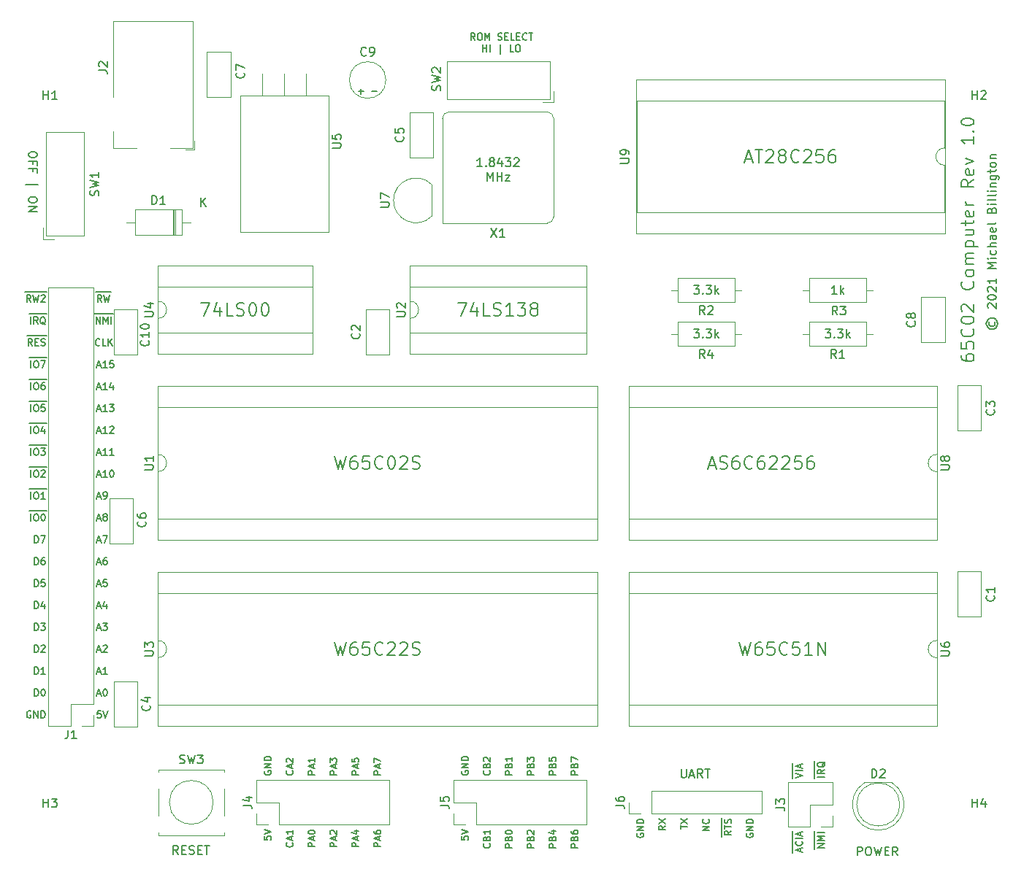
<source format=gto>
%TF.GenerationSoftware,KiCad,Pcbnew,5.1.9+dfsg1-1*%
%TF.CreationDate,2021-08-01T20:01:47+10:00*%
%TF.ProjectId,6502-computer,36353032-2d63-46f6-9d70-757465722e6b,rev?*%
%TF.SameCoordinates,Original*%
%TF.FileFunction,Legend,Top*%
%TF.FilePolarity,Positive*%
%FSLAX46Y46*%
G04 Gerber Fmt 4.6, Leading zero omitted, Abs format (unit mm)*
G04 Created by KiCad (PCBNEW 5.1.9+dfsg1-1) date 2021-08-01 20:01:47*
%MOMM*%
%LPD*%
G01*
G04 APERTURE LIST*
%ADD10C,0.153000*%
%ADD11C,0.200000*%
%ADD12C,0.120000*%
%ADD13C,0.150000*%
%ADD14R,1.600000X1.600000*%
%ADD15O,1.600000X1.600000*%
%ADD16C,1.300000*%
%ADD17R,1.300000X1.300000*%
%ADD18R,1.700000X1.700000*%
%ADD19O,1.700000X1.700000*%
%ADD20C,1.397000*%
%ADD21C,1.600000*%
%ADD22R,1.800000X1.800000*%
%ADD23C,1.800000*%
%ADD24C,0.800000*%
%ADD25C,6.400000*%
%ADD26O,1.905000X2.000000*%
%ADD27R,1.905000X2.000000*%
%ADD28O,3.500000X3.500000*%
%ADD29C,1.200000*%
%ADD30R,2.200000X2.200000*%
%ADD31O,2.200000X2.200000*%
%ADD32R,3.500000X3.500000*%
G04 APERTURE END LIST*
D10*
X190952476Y-105551761D02*
X190904857Y-105647000D01*
X190904857Y-105837476D01*
X190952476Y-105932714D01*
X191047714Y-106027952D01*
X191142952Y-106075571D01*
X191333428Y-106075571D01*
X191428666Y-106027952D01*
X191523904Y-105932714D01*
X191571523Y-105837476D01*
X191571523Y-105647000D01*
X191523904Y-105551761D01*
X190571523Y-105742238D02*
X190619142Y-105980333D01*
X190762000Y-106218428D01*
X191000095Y-106361285D01*
X191238190Y-106408904D01*
X191476285Y-106361285D01*
X191714380Y-106218428D01*
X191857238Y-105980333D01*
X191904857Y-105742238D01*
X191857238Y-105504142D01*
X191714380Y-105266047D01*
X191476285Y-105123190D01*
X191238190Y-105075571D01*
X191000095Y-105123190D01*
X190762000Y-105266047D01*
X190619142Y-105504142D01*
X190571523Y-105742238D01*
X190809619Y-103932714D02*
X190762000Y-103885095D01*
X190714380Y-103789857D01*
X190714380Y-103551761D01*
X190762000Y-103456523D01*
X190809619Y-103408904D01*
X190904857Y-103361285D01*
X191000095Y-103361285D01*
X191142952Y-103408904D01*
X191714380Y-103980333D01*
X191714380Y-103361285D01*
X190714380Y-102742238D02*
X190714380Y-102647000D01*
X190762000Y-102551761D01*
X190809619Y-102504142D01*
X190904857Y-102456523D01*
X191095333Y-102408904D01*
X191333428Y-102408904D01*
X191523904Y-102456523D01*
X191619142Y-102504142D01*
X191666761Y-102551761D01*
X191714380Y-102647000D01*
X191714380Y-102742238D01*
X191666761Y-102837476D01*
X191619142Y-102885095D01*
X191523904Y-102932714D01*
X191333428Y-102980333D01*
X191095333Y-102980333D01*
X190904857Y-102932714D01*
X190809619Y-102885095D01*
X190762000Y-102837476D01*
X190714380Y-102742238D01*
X190809619Y-102027952D02*
X190762000Y-101980333D01*
X190714380Y-101885095D01*
X190714380Y-101647000D01*
X190762000Y-101551761D01*
X190809619Y-101504142D01*
X190904857Y-101456523D01*
X191000095Y-101456523D01*
X191142952Y-101504142D01*
X191714380Y-102075571D01*
X191714380Y-101456523D01*
X191714380Y-100504142D02*
X191714380Y-101075571D01*
X191714380Y-100789857D02*
X190714380Y-100789857D01*
X190857238Y-100885095D01*
X190952476Y-100980333D01*
X191000095Y-101075571D01*
X191714380Y-99313666D02*
X190714380Y-99313666D01*
X191428666Y-98980333D01*
X190714380Y-98647000D01*
X191714380Y-98647000D01*
X191714380Y-98170809D02*
X191047714Y-98170809D01*
X190714380Y-98170809D02*
X190762000Y-98218428D01*
X190809619Y-98170809D01*
X190762000Y-98123190D01*
X190714380Y-98170809D01*
X190809619Y-98170809D01*
X191666761Y-97266047D02*
X191714380Y-97361285D01*
X191714380Y-97551761D01*
X191666761Y-97647000D01*
X191619142Y-97694619D01*
X191523904Y-97742238D01*
X191238190Y-97742238D01*
X191142952Y-97694619D01*
X191095333Y-97647000D01*
X191047714Y-97551761D01*
X191047714Y-97361285D01*
X191095333Y-97266047D01*
X191714380Y-96837476D02*
X190714380Y-96837476D01*
X191714380Y-96408904D02*
X191190571Y-96408904D01*
X191095333Y-96456523D01*
X191047714Y-96551761D01*
X191047714Y-96694619D01*
X191095333Y-96789857D01*
X191142952Y-96837476D01*
X191714380Y-95504142D02*
X191190571Y-95504142D01*
X191095333Y-95551761D01*
X191047714Y-95647000D01*
X191047714Y-95837476D01*
X191095333Y-95932714D01*
X191666761Y-95504142D02*
X191714380Y-95599380D01*
X191714380Y-95837476D01*
X191666761Y-95932714D01*
X191571523Y-95980333D01*
X191476285Y-95980333D01*
X191381047Y-95932714D01*
X191333428Y-95837476D01*
X191333428Y-95599380D01*
X191285809Y-95504142D01*
X191666761Y-94647000D02*
X191714380Y-94742238D01*
X191714380Y-94932714D01*
X191666761Y-95027952D01*
X191571523Y-95075571D01*
X191190571Y-95075571D01*
X191095333Y-95027952D01*
X191047714Y-94932714D01*
X191047714Y-94742238D01*
X191095333Y-94647000D01*
X191190571Y-94599380D01*
X191285809Y-94599380D01*
X191381047Y-95075571D01*
X191714380Y-94027952D02*
X191666761Y-94123190D01*
X191571523Y-94170809D01*
X190714380Y-94170809D01*
X191190571Y-92551761D02*
X191238190Y-92408904D01*
X191285809Y-92361285D01*
X191381047Y-92313666D01*
X191523904Y-92313666D01*
X191619142Y-92361285D01*
X191666761Y-92408904D01*
X191714380Y-92504142D01*
X191714380Y-92885095D01*
X190714380Y-92885095D01*
X190714380Y-92551761D01*
X190762000Y-92456523D01*
X190809619Y-92408904D01*
X190904857Y-92361285D01*
X191000095Y-92361285D01*
X191095333Y-92408904D01*
X191142952Y-92456523D01*
X191190571Y-92551761D01*
X191190571Y-92885095D01*
X191714380Y-91885095D02*
X191047714Y-91885095D01*
X190714380Y-91885095D02*
X190762000Y-91932714D01*
X190809619Y-91885095D01*
X190762000Y-91837476D01*
X190714380Y-91885095D01*
X190809619Y-91885095D01*
X191714380Y-91266047D02*
X191666761Y-91361285D01*
X191571523Y-91408904D01*
X190714380Y-91408904D01*
X191714380Y-90742238D02*
X191666761Y-90837476D01*
X191571523Y-90885095D01*
X190714380Y-90885095D01*
X191714380Y-90361285D02*
X191047714Y-90361285D01*
X190714380Y-90361285D02*
X190762000Y-90408904D01*
X190809619Y-90361285D01*
X190762000Y-90313666D01*
X190714380Y-90361285D01*
X190809619Y-90361285D01*
X191047714Y-89885095D02*
X191714380Y-89885095D01*
X191142952Y-89885095D02*
X191095333Y-89837476D01*
X191047714Y-89742238D01*
X191047714Y-89599380D01*
X191095333Y-89504142D01*
X191190571Y-89456523D01*
X191714380Y-89456523D01*
X191047714Y-88551761D02*
X191857238Y-88551761D01*
X191952476Y-88599380D01*
X192000095Y-88647000D01*
X192047714Y-88742238D01*
X192047714Y-88885095D01*
X192000095Y-88980333D01*
X191666761Y-88551761D02*
X191714380Y-88647000D01*
X191714380Y-88837476D01*
X191666761Y-88932714D01*
X191619142Y-88980333D01*
X191523904Y-89027952D01*
X191238190Y-89027952D01*
X191142952Y-88980333D01*
X191095333Y-88932714D01*
X191047714Y-88837476D01*
X191047714Y-88647000D01*
X191095333Y-88551761D01*
X191047714Y-88218428D02*
X191047714Y-87837476D01*
X190714380Y-88075571D02*
X191571523Y-88075571D01*
X191666761Y-88027952D01*
X191714380Y-87932714D01*
X191714380Y-87837476D01*
X191714380Y-87361285D02*
X191666761Y-87456523D01*
X191619142Y-87504142D01*
X191523904Y-87551761D01*
X191238190Y-87551761D01*
X191142952Y-87504142D01*
X191095333Y-87456523D01*
X191047714Y-87361285D01*
X191047714Y-87218428D01*
X191095333Y-87123190D01*
X191142952Y-87075571D01*
X191238190Y-87027952D01*
X191523904Y-87027952D01*
X191619142Y-87075571D01*
X191666761Y-87123190D01*
X191714380Y-87218428D01*
X191714380Y-87361285D01*
X191047714Y-86599380D02*
X191714380Y-86599380D01*
X191142952Y-86599380D02*
X191095333Y-86551761D01*
X191047714Y-86456523D01*
X191047714Y-86313666D01*
X191095333Y-86218428D01*
X191190571Y-86170809D01*
X191714380Y-86170809D01*
D11*
X187646571Y-109404857D02*
X187646571Y-109690571D01*
X187718000Y-109833428D01*
X187789428Y-109904857D01*
X188003714Y-110047714D01*
X188289428Y-110119142D01*
X188860857Y-110119142D01*
X189003714Y-110047714D01*
X189075142Y-109976285D01*
X189146571Y-109833428D01*
X189146571Y-109547714D01*
X189075142Y-109404857D01*
X189003714Y-109333428D01*
X188860857Y-109262000D01*
X188503714Y-109262000D01*
X188360857Y-109333428D01*
X188289428Y-109404857D01*
X188218000Y-109547714D01*
X188218000Y-109833428D01*
X188289428Y-109976285D01*
X188360857Y-110047714D01*
X188503714Y-110119142D01*
X187646571Y-107904857D02*
X187646571Y-108619142D01*
X188360857Y-108690571D01*
X188289428Y-108619142D01*
X188218000Y-108476285D01*
X188218000Y-108119142D01*
X188289428Y-107976285D01*
X188360857Y-107904857D01*
X188503714Y-107833428D01*
X188860857Y-107833428D01*
X189003714Y-107904857D01*
X189075142Y-107976285D01*
X189146571Y-108119142D01*
X189146571Y-108476285D01*
X189075142Y-108619142D01*
X189003714Y-108690571D01*
X189003714Y-106333428D02*
X189075142Y-106404857D01*
X189146571Y-106619142D01*
X189146571Y-106762000D01*
X189075142Y-106976285D01*
X188932285Y-107119142D01*
X188789428Y-107190571D01*
X188503714Y-107262000D01*
X188289428Y-107262000D01*
X188003714Y-107190571D01*
X187860857Y-107119142D01*
X187718000Y-106976285D01*
X187646571Y-106762000D01*
X187646571Y-106619142D01*
X187718000Y-106404857D01*
X187789428Y-106333428D01*
X187646571Y-105404857D02*
X187646571Y-105262000D01*
X187718000Y-105119142D01*
X187789428Y-105047714D01*
X187932285Y-104976285D01*
X188218000Y-104904857D01*
X188575142Y-104904857D01*
X188860857Y-104976285D01*
X189003714Y-105047714D01*
X189075142Y-105119142D01*
X189146571Y-105262000D01*
X189146571Y-105404857D01*
X189075142Y-105547714D01*
X189003714Y-105619142D01*
X188860857Y-105690571D01*
X188575142Y-105762000D01*
X188218000Y-105762000D01*
X187932285Y-105690571D01*
X187789428Y-105619142D01*
X187718000Y-105547714D01*
X187646571Y-105404857D01*
X187789428Y-104333428D02*
X187718000Y-104262000D01*
X187646571Y-104119142D01*
X187646571Y-103762000D01*
X187718000Y-103619142D01*
X187789428Y-103547714D01*
X187932285Y-103476285D01*
X188075142Y-103476285D01*
X188289428Y-103547714D01*
X189146571Y-104404857D01*
X189146571Y-103476285D01*
X189003714Y-100833428D02*
X189075142Y-100904857D01*
X189146571Y-101119142D01*
X189146571Y-101262000D01*
X189075142Y-101476285D01*
X188932285Y-101619142D01*
X188789428Y-101690571D01*
X188503714Y-101762000D01*
X188289428Y-101762000D01*
X188003714Y-101690571D01*
X187860857Y-101619142D01*
X187718000Y-101476285D01*
X187646571Y-101262000D01*
X187646571Y-101119142D01*
X187718000Y-100904857D01*
X187789428Y-100833428D01*
X189146571Y-99976285D02*
X189075142Y-100119142D01*
X189003714Y-100190571D01*
X188860857Y-100262000D01*
X188432285Y-100262000D01*
X188289428Y-100190571D01*
X188218000Y-100119142D01*
X188146571Y-99976285D01*
X188146571Y-99762000D01*
X188218000Y-99619142D01*
X188289428Y-99547714D01*
X188432285Y-99476285D01*
X188860857Y-99476285D01*
X189003714Y-99547714D01*
X189075142Y-99619142D01*
X189146571Y-99762000D01*
X189146571Y-99976285D01*
X189146571Y-98833428D02*
X188146571Y-98833428D01*
X188289428Y-98833428D02*
X188218000Y-98762000D01*
X188146571Y-98619142D01*
X188146571Y-98404857D01*
X188218000Y-98262000D01*
X188360857Y-98190571D01*
X189146571Y-98190571D01*
X188360857Y-98190571D02*
X188218000Y-98119142D01*
X188146571Y-97976285D01*
X188146571Y-97762000D01*
X188218000Y-97619142D01*
X188360857Y-97547714D01*
X189146571Y-97547714D01*
X188146571Y-96833428D02*
X189646571Y-96833428D01*
X188218000Y-96833428D02*
X188146571Y-96690571D01*
X188146571Y-96404857D01*
X188218000Y-96262000D01*
X188289428Y-96190571D01*
X188432285Y-96119142D01*
X188860857Y-96119142D01*
X189003714Y-96190571D01*
X189075142Y-96262000D01*
X189146571Y-96404857D01*
X189146571Y-96690571D01*
X189075142Y-96833428D01*
X188146571Y-94833428D02*
X189146571Y-94833428D01*
X188146571Y-95476285D02*
X188932285Y-95476285D01*
X189075142Y-95404857D01*
X189146571Y-95262000D01*
X189146571Y-95047714D01*
X189075142Y-94904857D01*
X189003714Y-94833428D01*
X188146571Y-94333428D02*
X188146571Y-93762000D01*
X187646571Y-94119142D02*
X188932285Y-94119142D01*
X189075142Y-94047714D01*
X189146571Y-93904857D01*
X189146571Y-93762000D01*
X189075142Y-92690571D02*
X189146571Y-92833428D01*
X189146571Y-93119142D01*
X189075142Y-93262000D01*
X188932285Y-93333428D01*
X188360857Y-93333428D01*
X188218000Y-93262000D01*
X188146571Y-93119142D01*
X188146571Y-92833428D01*
X188218000Y-92690571D01*
X188360857Y-92619142D01*
X188503714Y-92619142D01*
X188646571Y-93333428D01*
X189146571Y-91976285D02*
X188146571Y-91976285D01*
X188432285Y-91976285D02*
X188289428Y-91904857D01*
X188218000Y-91833428D01*
X188146571Y-91690571D01*
X188146571Y-91547714D01*
X189146571Y-89047714D02*
X188432285Y-89547714D01*
X189146571Y-89904857D02*
X187646571Y-89904857D01*
X187646571Y-89333428D01*
X187718000Y-89190571D01*
X187789428Y-89119142D01*
X187932285Y-89047714D01*
X188146571Y-89047714D01*
X188289428Y-89119142D01*
X188360857Y-89190571D01*
X188432285Y-89333428D01*
X188432285Y-89904857D01*
X189075142Y-87833428D02*
X189146571Y-87976285D01*
X189146571Y-88262000D01*
X189075142Y-88404857D01*
X188932285Y-88476285D01*
X188360857Y-88476285D01*
X188218000Y-88404857D01*
X188146571Y-88262000D01*
X188146571Y-87976285D01*
X188218000Y-87833428D01*
X188360857Y-87762000D01*
X188503714Y-87762000D01*
X188646571Y-88476285D01*
X188146571Y-87262000D02*
X189146571Y-86904857D01*
X188146571Y-86547714D01*
X189146571Y-84047714D02*
X189146571Y-84904857D01*
X189146571Y-84476285D02*
X187646571Y-84476285D01*
X187860857Y-84619142D01*
X188003714Y-84762000D01*
X188075142Y-84904857D01*
X189003714Y-83404857D02*
X189075142Y-83333428D01*
X189146571Y-83404857D01*
X189075142Y-83476285D01*
X189003714Y-83404857D01*
X189146571Y-83404857D01*
X187646571Y-82404857D02*
X187646571Y-82262000D01*
X187718000Y-82119142D01*
X187789428Y-82047714D01*
X187932285Y-81976285D01*
X188218000Y-81904857D01*
X188575142Y-81904857D01*
X188860857Y-81976285D01*
X189003714Y-82047714D01*
X189075142Y-82119142D01*
X189146571Y-82262000D01*
X189146571Y-82404857D01*
X189075142Y-82547714D01*
X189003714Y-82619142D01*
X188860857Y-82690571D01*
X188575142Y-82762000D01*
X188218000Y-82762000D01*
X187932285Y-82690571D01*
X187789428Y-82619142D01*
X187718000Y-82547714D01*
X187646571Y-82404857D01*
D10*
X168135100Y-158514550D02*
X168135100Y-157828835D01*
X168471904Y-158438359D02*
X169271904Y-158171692D01*
X168471904Y-157905026D01*
X168135100Y-157828835D02*
X168135100Y-157447883D01*
X169271904Y-157638359D02*
X168471904Y-157638359D01*
X168135100Y-157447883D02*
X168135100Y-156762169D01*
X169043333Y-157295502D02*
X169043333Y-156914550D01*
X169271904Y-157371692D02*
X168471904Y-157105026D01*
X169271904Y-156838359D01*
X168135100Y-167165830D02*
X168135100Y-166480116D01*
X169043333Y-167013450D02*
X169043333Y-166632497D01*
X169271904Y-167089640D02*
X168471904Y-166822973D01*
X169271904Y-166556307D01*
X168135100Y-166480116D02*
X168135100Y-165680116D01*
X169195714Y-165832497D02*
X169233809Y-165870592D01*
X169271904Y-165984878D01*
X169271904Y-166061069D01*
X169233809Y-166175354D01*
X169157619Y-166251545D01*
X169081428Y-166289640D01*
X168929047Y-166327735D01*
X168814761Y-166327735D01*
X168662380Y-166289640D01*
X168586190Y-166251545D01*
X168510000Y-166175354D01*
X168471904Y-166061069D01*
X168471904Y-165984878D01*
X168510000Y-165870592D01*
X168548095Y-165832497D01*
X168135100Y-165680116D02*
X168135100Y-165299164D01*
X169271904Y-165489640D02*
X168471904Y-165489640D01*
X168135100Y-165299164D02*
X168135100Y-164613450D01*
X169043333Y-165146783D02*
X169043333Y-164765830D01*
X169271904Y-165222973D02*
X168471904Y-164956307D01*
X169271904Y-164689640D01*
X170675100Y-166746783D02*
X170675100Y-165908688D01*
X171811904Y-166556307D02*
X171011904Y-166556307D01*
X171811904Y-166099164D01*
X171011904Y-166099164D01*
X170675100Y-165908688D02*
X170675100Y-164994402D01*
X171811904Y-165718211D02*
X171011904Y-165718211D01*
X171583333Y-165451545D01*
X171011904Y-165184878D01*
X171811904Y-165184878D01*
X170675100Y-164994402D02*
X170675100Y-164613450D01*
X171811904Y-164803926D02*
X171011904Y-164803926D01*
X170675100Y-158514550D02*
X170675100Y-158133597D01*
X171811904Y-158324073D02*
X171011904Y-158324073D01*
X170675100Y-158133597D02*
X170675100Y-157333597D01*
X171811904Y-157485978D02*
X171430952Y-157752645D01*
X171811904Y-157943121D02*
X171011904Y-157943121D01*
X171011904Y-157638359D01*
X171050000Y-157562169D01*
X171088095Y-157524073D01*
X171164285Y-157485978D01*
X171278571Y-157485978D01*
X171354761Y-157524073D01*
X171392857Y-157562169D01*
X171430952Y-157638359D01*
X171430952Y-157943121D01*
X170675100Y-157333597D02*
X170675100Y-156495502D01*
X171888095Y-156609788D02*
X171850000Y-156685978D01*
X171773809Y-156762169D01*
X171659523Y-156876454D01*
X171621428Y-156952645D01*
X171621428Y-157028835D01*
X171811904Y-156990740D02*
X171773809Y-157066930D01*
X171697619Y-157143121D01*
X171545238Y-157181216D01*
X171278571Y-157181216D01*
X171126190Y-157143121D01*
X171050000Y-157066930D01*
X171011904Y-156990740D01*
X171011904Y-156838359D01*
X171050000Y-156762169D01*
X171126190Y-156685978D01*
X171278571Y-156647883D01*
X171545238Y-156647883D01*
X171697619Y-156685978D01*
X171773809Y-156762169D01*
X171811904Y-156838359D01*
X171811904Y-156990740D01*
X155221978Y-157440380D02*
X155221978Y-158249904D01*
X155269597Y-158345142D01*
X155317216Y-158392761D01*
X155412454Y-158440380D01*
X155602930Y-158440380D01*
X155698169Y-158392761D01*
X155745788Y-158345142D01*
X155793407Y-158249904D01*
X155793407Y-157440380D01*
X156221978Y-158154666D02*
X156698169Y-158154666D01*
X156126740Y-158440380D02*
X156460073Y-157440380D01*
X156793407Y-158440380D01*
X157698169Y-158440380D02*
X157364835Y-157964190D01*
X157126740Y-158440380D02*
X157126740Y-157440380D01*
X157507692Y-157440380D01*
X157602930Y-157488000D01*
X157650550Y-157535619D01*
X157698169Y-157630857D01*
X157698169Y-157773714D01*
X157650550Y-157868952D01*
X157602930Y-157916571D01*
X157507692Y-157964190D01*
X157126740Y-157964190D01*
X157983883Y-157440380D02*
X158555311Y-157440380D01*
X158269597Y-158440380D02*
X158269597Y-157440380D01*
X162795000Y-164918021D02*
X162756904Y-164994211D01*
X162756904Y-165108497D01*
X162795000Y-165222783D01*
X162871190Y-165298973D01*
X162947380Y-165337069D01*
X163099761Y-165375164D01*
X163214047Y-165375164D01*
X163366428Y-165337069D01*
X163442619Y-165298973D01*
X163518809Y-165222783D01*
X163556904Y-165108497D01*
X163556904Y-165032307D01*
X163518809Y-164918021D01*
X163480714Y-164879926D01*
X163214047Y-164879926D01*
X163214047Y-165032307D01*
X163556904Y-164537069D02*
X162756904Y-164537069D01*
X163556904Y-164079926D01*
X162756904Y-164079926D01*
X163556904Y-163698973D02*
X162756904Y-163698973D01*
X162756904Y-163508497D01*
X162795000Y-163394211D01*
X162871190Y-163318021D01*
X162947380Y-163279926D01*
X163099761Y-163241830D01*
X163214047Y-163241830D01*
X163366428Y-163279926D01*
X163442619Y-163318021D01*
X163518809Y-163394211D01*
X163556904Y-163508497D01*
X163556904Y-163698973D01*
X159880100Y-165260878D02*
X159880100Y-164460878D01*
X161016904Y-164613259D02*
X160635952Y-164879926D01*
X161016904Y-165070402D02*
X160216904Y-165070402D01*
X160216904Y-164765640D01*
X160255000Y-164689450D01*
X160293095Y-164651354D01*
X160369285Y-164613259D01*
X160483571Y-164613259D01*
X160559761Y-164651354D01*
X160597857Y-164689450D01*
X160635952Y-164765640D01*
X160635952Y-165070402D01*
X159880100Y-164460878D02*
X159880100Y-163851354D01*
X160216904Y-164384688D02*
X160216904Y-163927545D01*
X161016904Y-164156116D02*
X160216904Y-164156116D01*
X159880100Y-163851354D02*
X159880100Y-163089450D01*
X160978809Y-163698973D02*
X161016904Y-163584688D01*
X161016904Y-163394211D01*
X160978809Y-163318021D01*
X160940714Y-163279926D01*
X160864523Y-163241830D01*
X160788333Y-163241830D01*
X160712142Y-163279926D01*
X160674047Y-163318021D01*
X160635952Y-163394211D01*
X160597857Y-163546592D01*
X160559761Y-163622783D01*
X160521666Y-163660878D01*
X160445476Y-163698973D01*
X160369285Y-163698973D01*
X160293095Y-163660878D01*
X160255000Y-163622783D01*
X160216904Y-163546592D01*
X160216904Y-163356116D01*
X160255000Y-163241830D01*
X153396904Y-164003735D02*
X153015952Y-164270402D01*
X153396904Y-164460878D02*
X152596904Y-164460878D01*
X152596904Y-164156116D01*
X152635000Y-164079926D01*
X152673095Y-164041830D01*
X152749285Y-164003735D01*
X152863571Y-164003735D01*
X152939761Y-164041830D01*
X152977857Y-164079926D01*
X153015952Y-164156116D01*
X153015952Y-164460878D01*
X152596904Y-163737069D02*
X153396904Y-163203735D01*
X152596904Y-163203735D02*
X153396904Y-163737069D01*
X155136904Y-164384688D02*
X155136904Y-163927545D01*
X155936904Y-164156116D02*
X155136904Y-164156116D01*
X155136904Y-163737069D02*
X155936904Y-163203735D01*
X155136904Y-163203735D02*
X155936904Y-163737069D01*
X158476904Y-164537069D02*
X157676904Y-164537069D01*
X158476904Y-164079926D01*
X157676904Y-164079926D01*
X158400714Y-163241830D02*
X158438809Y-163279926D01*
X158476904Y-163394211D01*
X158476904Y-163470402D01*
X158438809Y-163584688D01*
X158362619Y-163660878D01*
X158286428Y-163698973D01*
X158134047Y-163737069D01*
X158019761Y-163737069D01*
X157867380Y-163698973D01*
X157791190Y-163660878D01*
X157715000Y-163584688D01*
X157676904Y-163470402D01*
X157676904Y-163394211D01*
X157715000Y-163279926D01*
X157753095Y-163241830D01*
X150095000Y-164918021D02*
X150056904Y-164994211D01*
X150056904Y-165108497D01*
X150095000Y-165222783D01*
X150171190Y-165298973D01*
X150247380Y-165337069D01*
X150399761Y-165375164D01*
X150514047Y-165375164D01*
X150666428Y-165337069D01*
X150742619Y-165298973D01*
X150818809Y-165222783D01*
X150856904Y-165108497D01*
X150856904Y-165032307D01*
X150818809Y-164918021D01*
X150780714Y-164879926D01*
X150514047Y-164879926D01*
X150514047Y-165032307D01*
X150856904Y-164537069D02*
X150056904Y-164537069D01*
X150856904Y-164079926D01*
X150056904Y-164079926D01*
X150856904Y-163698973D02*
X150056904Y-163698973D01*
X150056904Y-163508497D01*
X150095000Y-163394211D01*
X150171190Y-163318021D01*
X150247380Y-163279926D01*
X150399761Y-163241830D01*
X150514047Y-163241830D01*
X150666428Y-163279926D01*
X150742619Y-163318021D01*
X150818809Y-163394211D01*
X150856904Y-163508497D01*
X150856904Y-163698973D01*
X129736904Y-165235640D02*
X129736904Y-165616592D01*
X130117857Y-165654688D01*
X130079761Y-165616592D01*
X130041666Y-165540402D01*
X130041666Y-165349926D01*
X130079761Y-165273735D01*
X130117857Y-165235640D01*
X130194047Y-165197545D01*
X130384523Y-165197545D01*
X130460714Y-165235640D01*
X130498809Y-165273735D01*
X130536904Y-165349926D01*
X130536904Y-165540402D01*
X130498809Y-165616592D01*
X130460714Y-165654688D01*
X129736904Y-164968973D02*
X130536904Y-164702307D01*
X129736904Y-164435640D01*
X143236904Y-166530878D02*
X142436904Y-166530878D01*
X142436904Y-166226116D01*
X142475000Y-166149926D01*
X142513095Y-166111830D01*
X142589285Y-166073735D01*
X142703571Y-166073735D01*
X142779761Y-166111830D01*
X142817857Y-166149926D01*
X142855952Y-166226116D01*
X142855952Y-166530878D01*
X142817857Y-165464211D02*
X142855952Y-165349926D01*
X142894047Y-165311830D01*
X142970238Y-165273735D01*
X143084523Y-165273735D01*
X143160714Y-165311830D01*
X143198809Y-165349926D01*
X143236904Y-165426116D01*
X143236904Y-165730878D01*
X142436904Y-165730878D01*
X142436904Y-165464211D01*
X142475000Y-165388021D01*
X142513095Y-165349926D01*
X142589285Y-165311830D01*
X142665476Y-165311830D01*
X142741666Y-165349926D01*
X142779761Y-165388021D01*
X142817857Y-165464211D01*
X142817857Y-165730878D01*
X142436904Y-164588021D02*
X142436904Y-164740402D01*
X142475000Y-164816592D01*
X142513095Y-164854688D01*
X142627380Y-164930878D01*
X142779761Y-164968973D01*
X143084523Y-164968973D01*
X143160714Y-164930878D01*
X143198809Y-164892783D01*
X143236904Y-164816592D01*
X143236904Y-164664211D01*
X143198809Y-164588021D01*
X143160714Y-164549926D01*
X143084523Y-164511830D01*
X142894047Y-164511830D01*
X142817857Y-164549926D01*
X142779761Y-164588021D01*
X142741666Y-164664211D01*
X142741666Y-164816592D01*
X142779761Y-164892783D01*
X142817857Y-164930878D01*
X142894047Y-164968973D01*
X133000714Y-166073735D02*
X133038809Y-166111830D01*
X133076904Y-166226116D01*
X133076904Y-166302307D01*
X133038809Y-166416592D01*
X132962619Y-166492783D01*
X132886428Y-166530878D01*
X132734047Y-166568973D01*
X132619761Y-166568973D01*
X132467380Y-166530878D01*
X132391190Y-166492783D01*
X132315000Y-166416592D01*
X132276904Y-166302307D01*
X132276904Y-166226116D01*
X132315000Y-166111830D01*
X132353095Y-166073735D01*
X132657857Y-165464211D02*
X132695952Y-165349926D01*
X132734047Y-165311830D01*
X132810238Y-165273735D01*
X132924523Y-165273735D01*
X133000714Y-165311830D01*
X133038809Y-165349926D01*
X133076904Y-165426116D01*
X133076904Y-165730878D01*
X132276904Y-165730878D01*
X132276904Y-165464211D01*
X132315000Y-165388021D01*
X132353095Y-165349926D01*
X132429285Y-165311830D01*
X132505476Y-165311830D01*
X132581666Y-165349926D01*
X132619761Y-165388021D01*
X132657857Y-165464211D01*
X132657857Y-165730878D01*
X133076904Y-164511830D02*
X133076904Y-164968973D01*
X133076904Y-164740402D02*
X132276904Y-164740402D01*
X132391190Y-164816592D01*
X132467380Y-164892783D01*
X132505476Y-164968973D01*
X138156904Y-166530878D02*
X137356904Y-166530878D01*
X137356904Y-166226116D01*
X137395000Y-166149926D01*
X137433095Y-166111830D01*
X137509285Y-166073735D01*
X137623571Y-166073735D01*
X137699761Y-166111830D01*
X137737857Y-166149926D01*
X137775952Y-166226116D01*
X137775952Y-166530878D01*
X137737857Y-165464211D02*
X137775952Y-165349926D01*
X137814047Y-165311830D01*
X137890238Y-165273735D01*
X138004523Y-165273735D01*
X138080714Y-165311830D01*
X138118809Y-165349926D01*
X138156904Y-165426116D01*
X138156904Y-165730878D01*
X137356904Y-165730878D01*
X137356904Y-165464211D01*
X137395000Y-165388021D01*
X137433095Y-165349926D01*
X137509285Y-165311830D01*
X137585476Y-165311830D01*
X137661666Y-165349926D01*
X137699761Y-165388021D01*
X137737857Y-165464211D01*
X137737857Y-165730878D01*
X137433095Y-164968973D02*
X137395000Y-164930878D01*
X137356904Y-164854688D01*
X137356904Y-164664211D01*
X137395000Y-164588021D01*
X137433095Y-164549926D01*
X137509285Y-164511830D01*
X137585476Y-164511830D01*
X137699761Y-164549926D01*
X138156904Y-165007069D01*
X138156904Y-164511830D01*
X140696904Y-166530878D02*
X139896904Y-166530878D01*
X139896904Y-166226116D01*
X139935000Y-166149926D01*
X139973095Y-166111830D01*
X140049285Y-166073735D01*
X140163571Y-166073735D01*
X140239761Y-166111830D01*
X140277857Y-166149926D01*
X140315952Y-166226116D01*
X140315952Y-166530878D01*
X140277857Y-165464211D02*
X140315952Y-165349926D01*
X140354047Y-165311830D01*
X140430238Y-165273735D01*
X140544523Y-165273735D01*
X140620714Y-165311830D01*
X140658809Y-165349926D01*
X140696904Y-165426116D01*
X140696904Y-165730878D01*
X139896904Y-165730878D01*
X139896904Y-165464211D01*
X139935000Y-165388021D01*
X139973095Y-165349926D01*
X140049285Y-165311830D01*
X140125476Y-165311830D01*
X140201666Y-165349926D01*
X140239761Y-165388021D01*
X140277857Y-165464211D01*
X140277857Y-165730878D01*
X140163571Y-164588021D02*
X140696904Y-164588021D01*
X139858809Y-164778497D02*
X140430238Y-164968973D01*
X140430238Y-164473735D01*
X135616904Y-166530878D02*
X134816904Y-166530878D01*
X134816904Y-166226116D01*
X134855000Y-166149926D01*
X134893095Y-166111830D01*
X134969285Y-166073735D01*
X135083571Y-166073735D01*
X135159761Y-166111830D01*
X135197857Y-166149926D01*
X135235952Y-166226116D01*
X135235952Y-166530878D01*
X135197857Y-165464211D02*
X135235952Y-165349926D01*
X135274047Y-165311830D01*
X135350238Y-165273735D01*
X135464523Y-165273735D01*
X135540714Y-165311830D01*
X135578809Y-165349926D01*
X135616904Y-165426116D01*
X135616904Y-165730878D01*
X134816904Y-165730878D01*
X134816904Y-165464211D01*
X134855000Y-165388021D01*
X134893095Y-165349926D01*
X134969285Y-165311830D01*
X135045476Y-165311830D01*
X135121666Y-165349926D01*
X135159761Y-165388021D01*
X135197857Y-165464211D01*
X135197857Y-165730878D01*
X134816904Y-164778497D02*
X134816904Y-164702307D01*
X134855000Y-164626116D01*
X134893095Y-164588021D01*
X134969285Y-164549926D01*
X135121666Y-164511830D01*
X135312142Y-164511830D01*
X135464523Y-164549926D01*
X135540714Y-164588021D01*
X135578809Y-164626116D01*
X135616904Y-164702307D01*
X135616904Y-164778497D01*
X135578809Y-164854688D01*
X135540714Y-164892783D01*
X135464523Y-164930878D01*
X135312142Y-164968973D01*
X135121666Y-164968973D01*
X134969285Y-164930878D01*
X134893095Y-164892783D01*
X134855000Y-164854688D01*
X134816904Y-164778497D01*
X135616904Y-158070073D02*
X134816904Y-158070073D01*
X134816904Y-157765311D01*
X134855000Y-157689121D01*
X134893095Y-157651026D01*
X134969285Y-157612930D01*
X135083571Y-157612930D01*
X135159761Y-157651026D01*
X135197857Y-157689121D01*
X135235952Y-157765311D01*
X135235952Y-158070073D01*
X135197857Y-157003407D02*
X135235952Y-156889121D01*
X135274047Y-156851026D01*
X135350238Y-156812930D01*
X135464523Y-156812930D01*
X135540714Y-156851026D01*
X135578809Y-156889121D01*
X135616904Y-156965311D01*
X135616904Y-157270073D01*
X134816904Y-157270073D01*
X134816904Y-157003407D01*
X134855000Y-156927216D01*
X134893095Y-156889121D01*
X134969285Y-156851026D01*
X135045476Y-156851026D01*
X135121666Y-156889121D01*
X135159761Y-156927216D01*
X135197857Y-157003407D01*
X135197857Y-157270073D01*
X135616904Y-156051026D02*
X135616904Y-156508169D01*
X135616904Y-156279597D02*
X134816904Y-156279597D01*
X134931190Y-156355788D01*
X135007380Y-156431978D01*
X135045476Y-156508169D01*
X138156904Y-158070073D02*
X137356904Y-158070073D01*
X137356904Y-157765311D01*
X137395000Y-157689121D01*
X137433095Y-157651026D01*
X137509285Y-157612930D01*
X137623571Y-157612930D01*
X137699761Y-157651026D01*
X137737857Y-157689121D01*
X137775952Y-157765311D01*
X137775952Y-158070073D01*
X137737857Y-157003407D02*
X137775952Y-156889121D01*
X137814047Y-156851026D01*
X137890238Y-156812930D01*
X138004523Y-156812930D01*
X138080714Y-156851026D01*
X138118809Y-156889121D01*
X138156904Y-156965311D01*
X138156904Y-157270073D01*
X137356904Y-157270073D01*
X137356904Y-157003407D01*
X137395000Y-156927216D01*
X137433095Y-156889121D01*
X137509285Y-156851026D01*
X137585476Y-156851026D01*
X137661666Y-156889121D01*
X137699761Y-156927216D01*
X137737857Y-157003407D01*
X137737857Y-157270073D01*
X137356904Y-156546264D02*
X137356904Y-156051026D01*
X137661666Y-156317692D01*
X137661666Y-156203407D01*
X137699761Y-156127216D01*
X137737857Y-156089121D01*
X137814047Y-156051026D01*
X138004523Y-156051026D01*
X138080714Y-156089121D01*
X138118809Y-156127216D01*
X138156904Y-156203407D01*
X138156904Y-156431978D01*
X138118809Y-156508169D01*
X138080714Y-156546264D01*
X129775000Y-157651026D02*
X129736904Y-157727216D01*
X129736904Y-157841502D01*
X129775000Y-157955788D01*
X129851190Y-158031978D01*
X129927380Y-158070073D01*
X130079761Y-158108169D01*
X130194047Y-158108169D01*
X130346428Y-158070073D01*
X130422619Y-158031978D01*
X130498809Y-157955788D01*
X130536904Y-157841502D01*
X130536904Y-157765311D01*
X130498809Y-157651026D01*
X130460714Y-157612930D01*
X130194047Y-157612930D01*
X130194047Y-157765311D01*
X130536904Y-157270073D02*
X129736904Y-157270073D01*
X130536904Y-156812930D01*
X129736904Y-156812930D01*
X130536904Y-156431978D02*
X129736904Y-156431978D01*
X129736904Y-156241502D01*
X129775000Y-156127216D01*
X129851190Y-156051026D01*
X129927380Y-156012930D01*
X130079761Y-155974835D01*
X130194047Y-155974835D01*
X130346428Y-156012930D01*
X130422619Y-156051026D01*
X130498809Y-156127216D01*
X130536904Y-156241502D01*
X130536904Y-156431978D01*
X140696904Y-158070073D02*
X139896904Y-158070073D01*
X139896904Y-157765311D01*
X139935000Y-157689121D01*
X139973095Y-157651026D01*
X140049285Y-157612930D01*
X140163571Y-157612930D01*
X140239761Y-157651026D01*
X140277857Y-157689121D01*
X140315952Y-157765311D01*
X140315952Y-158070073D01*
X140277857Y-157003407D02*
X140315952Y-156889121D01*
X140354047Y-156851026D01*
X140430238Y-156812930D01*
X140544523Y-156812930D01*
X140620714Y-156851026D01*
X140658809Y-156889121D01*
X140696904Y-156965311D01*
X140696904Y-157270073D01*
X139896904Y-157270073D01*
X139896904Y-157003407D01*
X139935000Y-156927216D01*
X139973095Y-156889121D01*
X140049285Y-156851026D01*
X140125476Y-156851026D01*
X140201666Y-156889121D01*
X140239761Y-156927216D01*
X140277857Y-157003407D01*
X140277857Y-157270073D01*
X139896904Y-156089121D02*
X139896904Y-156470073D01*
X140277857Y-156508169D01*
X140239761Y-156470073D01*
X140201666Y-156393883D01*
X140201666Y-156203407D01*
X140239761Y-156127216D01*
X140277857Y-156089121D01*
X140354047Y-156051026D01*
X140544523Y-156051026D01*
X140620714Y-156089121D01*
X140658809Y-156127216D01*
X140696904Y-156203407D01*
X140696904Y-156393883D01*
X140658809Y-156470073D01*
X140620714Y-156508169D01*
X143236904Y-158070073D02*
X142436904Y-158070073D01*
X142436904Y-157765311D01*
X142475000Y-157689121D01*
X142513095Y-157651026D01*
X142589285Y-157612930D01*
X142703571Y-157612930D01*
X142779761Y-157651026D01*
X142817857Y-157689121D01*
X142855952Y-157765311D01*
X142855952Y-158070073D01*
X142817857Y-157003407D02*
X142855952Y-156889121D01*
X142894047Y-156851026D01*
X142970238Y-156812930D01*
X143084523Y-156812930D01*
X143160714Y-156851026D01*
X143198809Y-156889121D01*
X143236904Y-156965311D01*
X143236904Y-157270073D01*
X142436904Y-157270073D01*
X142436904Y-157003407D01*
X142475000Y-156927216D01*
X142513095Y-156889121D01*
X142589285Y-156851026D01*
X142665476Y-156851026D01*
X142741666Y-156889121D01*
X142779761Y-156927216D01*
X142817857Y-157003407D01*
X142817857Y-157270073D01*
X142436904Y-156546264D02*
X142436904Y-156012930D01*
X143236904Y-156355788D01*
X133000714Y-157612930D02*
X133038809Y-157651026D01*
X133076904Y-157765311D01*
X133076904Y-157841502D01*
X133038809Y-157955788D01*
X132962619Y-158031978D01*
X132886428Y-158070073D01*
X132734047Y-158108169D01*
X132619761Y-158108169D01*
X132467380Y-158070073D01*
X132391190Y-158031978D01*
X132315000Y-157955788D01*
X132276904Y-157841502D01*
X132276904Y-157765311D01*
X132315000Y-157651026D01*
X132353095Y-157612930D01*
X132657857Y-157003407D02*
X132695952Y-156889121D01*
X132734047Y-156851026D01*
X132810238Y-156812930D01*
X132924523Y-156812930D01*
X133000714Y-156851026D01*
X133038809Y-156889121D01*
X133076904Y-156965311D01*
X133076904Y-157270073D01*
X132276904Y-157270073D01*
X132276904Y-157003407D01*
X132315000Y-156927216D01*
X132353095Y-156889121D01*
X132429285Y-156851026D01*
X132505476Y-156851026D01*
X132581666Y-156889121D01*
X132619761Y-156927216D01*
X132657857Y-157003407D01*
X132657857Y-157270073D01*
X132353095Y-156508169D02*
X132315000Y-156470073D01*
X132276904Y-156393883D01*
X132276904Y-156203407D01*
X132315000Y-156127216D01*
X132353095Y-156089121D01*
X132429285Y-156051026D01*
X132505476Y-156051026D01*
X132619761Y-156089121D01*
X133076904Y-156546264D01*
X133076904Y-156051026D01*
X120376904Y-166416592D02*
X119576904Y-166416592D01*
X119576904Y-166111830D01*
X119615000Y-166035640D01*
X119653095Y-165997545D01*
X119729285Y-165959450D01*
X119843571Y-165959450D01*
X119919761Y-165997545D01*
X119957857Y-166035640D01*
X119995952Y-166111830D01*
X119995952Y-166416592D01*
X120148333Y-165654688D02*
X120148333Y-165273735D01*
X120376904Y-165730878D02*
X119576904Y-165464211D01*
X120376904Y-165197545D01*
X119576904Y-164588021D02*
X119576904Y-164740402D01*
X119615000Y-164816592D01*
X119653095Y-164854688D01*
X119767380Y-164930878D01*
X119919761Y-164968973D01*
X120224523Y-164968973D01*
X120300714Y-164930878D01*
X120338809Y-164892783D01*
X120376904Y-164816592D01*
X120376904Y-164664211D01*
X120338809Y-164588021D01*
X120300714Y-164549926D01*
X120224523Y-164511830D01*
X120034047Y-164511830D01*
X119957857Y-164549926D01*
X119919761Y-164588021D01*
X119881666Y-164664211D01*
X119881666Y-164816592D01*
X119919761Y-164892783D01*
X119957857Y-164930878D01*
X120034047Y-164968973D01*
X117836904Y-166416592D02*
X117036904Y-166416592D01*
X117036904Y-166111830D01*
X117075000Y-166035640D01*
X117113095Y-165997545D01*
X117189285Y-165959450D01*
X117303571Y-165959450D01*
X117379761Y-165997545D01*
X117417857Y-166035640D01*
X117455952Y-166111830D01*
X117455952Y-166416592D01*
X117608333Y-165654688D02*
X117608333Y-165273735D01*
X117836904Y-165730878D02*
X117036904Y-165464211D01*
X117836904Y-165197545D01*
X117303571Y-164588021D02*
X117836904Y-164588021D01*
X116998809Y-164778497D02*
X117570238Y-164968973D01*
X117570238Y-164473735D01*
X115296904Y-166416592D02*
X114496904Y-166416592D01*
X114496904Y-166111830D01*
X114535000Y-166035640D01*
X114573095Y-165997545D01*
X114649285Y-165959450D01*
X114763571Y-165959450D01*
X114839761Y-165997545D01*
X114877857Y-166035640D01*
X114915952Y-166111830D01*
X114915952Y-166416592D01*
X115068333Y-165654688D02*
X115068333Y-165273735D01*
X115296904Y-165730878D02*
X114496904Y-165464211D01*
X115296904Y-165197545D01*
X114573095Y-164968973D02*
X114535000Y-164930878D01*
X114496904Y-164854688D01*
X114496904Y-164664211D01*
X114535000Y-164588021D01*
X114573095Y-164549926D01*
X114649285Y-164511830D01*
X114725476Y-164511830D01*
X114839761Y-164549926D01*
X115296904Y-165007069D01*
X115296904Y-164511830D01*
X112756904Y-166416592D02*
X111956904Y-166416592D01*
X111956904Y-166111830D01*
X111995000Y-166035640D01*
X112033095Y-165997545D01*
X112109285Y-165959450D01*
X112223571Y-165959450D01*
X112299761Y-165997545D01*
X112337857Y-166035640D01*
X112375952Y-166111830D01*
X112375952Y-166416592D01*
X112528333Y-165654688D02*
X112528333Y-165273735D01*
X112756904Y-165730878D02*
X111956904Y-165464211D01*
X112756904Y-165197545D01*
X111956904Y-164778497D02*
X111956904Y-164702307D01*
X111995000Y-164626116D01*
X112033095Y-164588021D01*
X112109285Y-164549926D01*
X112261666Y-164511830D01*
X112452142Y-164511830D01*
X112604523Y-164549926D01*
X112680714Y-164588021D01*
X112718809Y-164626116D01*
X112756904Y-164702307D01*
X112756904Y-164778497D01*
X112718809Y-164854688D01*
X112680714Y-164892783D01*
X112604523Y-164930878D01*
X112452142Y-164968973D01*
X112261666Y-164968973D01*
X112109285Y-164930878D01*
X112033095Y-164892783D01*
X111995000Y-164854688D01*
X111956904Y-164778497D01*
X110140714Y-165959450D02*
X110178809Y-165997545D01*
X110216904Y-166111830D01*
X110216904Y-166188021D01*
X110178809Y-166302307D01*
X110102619Y-166378497D01*
X110026428Y-166416592D01*
X109874047Y-166454688D01*
X109759761Y-166454688D01*
X109607380Y-166416592D01*
X109531190Y-166378497D01*
X109455000Y-166302307D01*
X109416904Y-166188021D01*
X109416904Y-166111830D01*
X109455000Y-165997545D01*
X109493095Y-165959450D01*
X109988333Y-165654688D02*
X109988333Y-165273735D01*
X110216904Y-165730878D02*
X109416904Y-165464211D01*
X110216904Y-165197545D01*
X110216904Y-164511830D02*
X110216904Y-164968973D01*
X110216904Y-164740402D02*
X109416904Y-164740402D01*
X109531190Y-164816592D01*
X109607380Y-164892783D01*
X109645476Y-164968973D01*
X106876904Y-165235640D02*
X106876904Y-165616592D01*
X107257857Y-165654688D01*
X107219761Y-165616592D01*
X107181666Y-165540402D01*
X107181666Y-165349926D01*
X107219761Y-165273735D01*
X107257857Y-165235640D01*
X107334047Y-165197545D01*
X107524523Y-165197545D01*
X107600714Y-165235640D01*
X107638809Y-165273735D01*
X107676904Y-165349926D01*
X107676904Y-165540402D01*
X107638809Y-165616592D01*
X107600714Y-165654688D01*
X106876904Y-164968973D02*
X107676904Y-164702307D01*
X106876904Y-164435640D01*
X120376904Y-158070073D02*
X119576904Y-158070073D01*
X119576904Y-157765311D01*
X119615000Y-157689121D01*
X119653095Y-157651026D01*
X119729285Y-157612930D01*
X119843571Y-157612930D01*
X119919761Y-157651026D01*
X119957857Y-157689121D01*
X119995952Y-157765311D01*
X119995952Y-158070073D01*
X120148333Y-157308169D02*
X120148333Y-156927216D01*
X120376904Y-157384359D02*
X119576904Y-157117692D01*
X120376904Y-156851026D01*
X119576904Y-156660550D02*
X119576904Y-156127216D01*
X120376904Y-156470073D01*
X117836904Y-158070073D02*
X117036904Y-158070073D01*
X117036904Y-157765311D01*
X117075000Y-157689121D01*
X117113095Y-157651026D01*
X117189285Y-157612930D01*
X117303571Y-157612930D01*
X117379761Y-157651026D01*
X117417857Y-157689121D01*
X117455952Y-157765311D01*
X117455952Y-158070073D01*
X117608333Y-157308169D02*
X117608333Y-156927216D01*
X117836904Y-157384359D02*
X117036904Y-157117692D01*
X117836904Y-156851026D01*
X117036904Y-156203407D02*
X117036904Y-156584359D01*
X117417857Y-156622454D01*
X117379761Y-156584359D01*
X117341666Y-156508169D01*
X117341666Y-156317692D01*
X117379761Y-156241502D01*
X117417857Y-156203407D01*
X117494047Y-156165311D01*
X117684523Y-156165311D01*
X117760714Y-156203407D01*
X117798809Y-156241502D01*
X117836904Y-156317692D01*
X117836904Y-156508169D01*
X117798809Y-156584359D01*
X117760714Y-156622454D01*
X115296904Y-158070073D02*
X114496904Y-158070073D01*
X114496904Y-157765311D01*
X114535000Y-157689121D01*
X114573095Y-157651026D01*
X114649285Y-157612930D01*
X114763571Y-157612930D01*
X114839761Y-157651026D01*
X114877857Y-157689121D01*
X114915952Y-157765311D01*
X114915952Y-158070073D01*
X115068333Y-157308169D02*
X115068333Y-156927216D01*
X115296904Y-157384359D02*
X114496904Y-157117692D01*
X115296904Y-156851026D01*
X114496904Y-156660550D02*
X114496904Y-156165311D01*
X114801666Y-156431978D01*
X114801666Y-156317692D01*
X114839761Y-156241502D01*
X114877857Y-156203407D01*
X114954047Y-156165311D01*
X115144523Y-156165311D01*
X115220714Y-156203407D01*
X115258809Y-156241502D01*
X115296904Y-156317692D01*
X115296904Y-156546264D01*
X115258809Y-156622454D01*
X115220714Y-156660550D01*
X112756904Y-158070073D02*
X111956904Y-158070073D01*
X111956904Y-157765311D01*
X111995000Y-157689121D01*
X112033095Y-157651026D01*
X112109285Y-157612930D01*
X112223571Y-157612930D01*
X112299761Y-157651026D01*
X112337857Y-157689121D01*
X112375952Y-157765311D01*
X112375952Y-158070073D01*
X112528333Y-157308169D02*
X112528333Y-156927216D01*
X112756904Y-157384359D02*
X111956904Y-157117692D01*
X112756904Y-156851026D01*
X112756904Y-156165311D02*
X112756904Y-156622454D01*
X112756904Y-156393883D02*
X111956904Y-156393883D01*
X112071190Y-156470073D01*
X112147380Y-156546264D01*
X112185476Y-156622454D01*
X110140714Y-157612930D02*
X110178809Y-157651026D01*
X110216904Y-157765311D01*
X110216904Y-157841502D01*
X110178809Y-157955788D01*
X110102619Y-158031978D01*
X110026428Y-158070073D01*
X109874047Y-158108169D01*
X109759761Y-158108169D01*
X109607380Y-158070073D01*
X109531190Y-158031978D01*
X109455000Y-157955788D01*
X109416904Y-157841502D01*
X109416904Y-157765311D01*
X109455000Y-157651026D01*
X109493095Y-157612930D01*
X109988333Y-157308169D02*
X109988333Y-156927216D01*
X110216904Y-157384359D02*
X109416904Y-157117692D01*
X110216904Y-156851026D01*
X109493095Y-156622454D02*
X109455000Y-156584359D01*
X109416904Y-156508169D01*
X109416904Y-156317692D01*
X109455000Y-156241502D01*
X109493095Y-156203407D01*
X109569285Y-156165311D01*
X109645476Y-156165311D01*
X109759761Y-156203407D01*
X110216904Y-156660550D01*
X110216904Y-156165311D01*
X106915000Y-157651026D02*
X106876904Y-157727216D01*
X106876904Y-157841502D01*
X106915000Y-157955788D01*
X106991190Y-158031978D01*
X107067380Y-158070073D01*
X107219761Y-158108169D01*
X107334047Y-158108169D01*
X107486428Y-158070073D01*
X107562619Y-158031978D01*
X107638809Y-157955788D01*
X107676904Y-157841502D01*
X107676904Y-157765311D01*
X107638809Y-157651026D01*
X107600714Y-157612930D01*
X107334047Y-157612930D01*
X107334047Y-157765311D01*
X107676904Y-157270073D02*
X106876904Y-157270073D01*
X107676904Y-156812930D01*
X106876904Y-156812930D01*
X107676904Y-156431978D02*
X106876904Y-156431978D01*
X106876904Y-156241502D01*
X106915000Y-156127216D01*
X106991190Y-156051026D01*
X107067380Y-156012930D01*
X107219761Y-155974835D01*
X107334047Y-155974835D01*
X107486428Y-156012930D01*
X107562619Y-156051026D01*
X107638809Y-156127216D01*
X107676904Y-156241502D01*
X107676904Y-156431978D01*
X156662619Y-101306380D02*
X157281666Y-101306380D01*
X156948333Y-101687333D01*
X157091190Y-101687333D01*
X157186428Y-101734952D01*
X157234047Y-101782571D01*
X157281666Y-101877809D01*
X157281666Y-102115904D01*
X157234047Y-102211142D01*
X157186428Y-102258761D01*
X157091190Y-102306380D01*
X156805476Y-102306380D01*
X156710238Y-102258761D01*
X156662619Y-102211142D01*
X157710238Y-102211142D02*
X157757857Y-102258761D01*
X157710238Y-102306380D01*
X157662619Y-102258761D01*
X157710238Y-102211142D01*
X157710238Y-102306380D01*
X158091190Y-101306380D02*
X158710238Y-101306380D01*
X158376904Y-101687333D01*
X158519761Y-101687333D01*
X158615000Y-101734952D01*
X158662619Y-101782571D01*
X158710238Y-101877809D01*
X158710238Y-102115904D01*
X158662619Y-102211142D01*
X158615000Y-102258761D01*
X158519761Y-102306380D01*
X158234047Y-102306380D01*
X158138809Y-102258761D01*
X158091190Y-102211142D01*
X159138809Y-102306380D02*
X159138809Y-101306380D01*
X159234047Y-101925428D02*
X159519761Y-102306380D01*
X159519761Y-101639714D02*
X159138809Y-102020666D01*
X156662619Y-106386380D02*
X157281666Y-106386380D01*
X156948333Y-106767333D01*
X157091190Y-106767333D01*
X157186428Y-106814952D01*
X157234047Y-106862571D01*
X157281666Y-106957809D01*
X157281666Y-107195904D01*
X157234047Y-107291142D01*
X157186428Y-107338761D01*
X157091190Y-107386380D01*
X156805476Y-107386380D01*
X156710238Y-107338761D01*
X156662619Y-107291142D01*
X157710238Y-107291142D02*
X157757857Y-107338761D01*
X157710238Y-107386380D01*
X157662619Y-107338761D01*
X157710238Y-107291142D01*
X157710238Y-107386380D01*
X158091190Y-106386380D02*
X158710238Y-106386380D01*
X158376904Y-106767333D01*
X158519761Y-106767333D01*
X158615000Y-106814952D01*
X158662619Y-106862571D01*
X158710238Y-106957809D01*
X158710238Y-107195904D01*
X158662619Y-107291142D01*
X158615000Y-107338761D01*
X158519761Y-107386380D01*
X158234047Y-107386380D01*
X158138809Y-107338761D01*
X158091190Y-107291142D01*
X159138809Y-107386380D02*
X159138809Y-106386380D01*
X159234047Y-107005428D02*
X159519761Y-107386380D01*
X159519761Y-106719714D02*
X159138809Y-107100666D01*
X171902619Y-106386380D02*
X172521666Y-106386380D01*
X172188333Y-106767333D01*
X172331190Y-106767333D01*
X172426428Y-106814952D01*
X172474047Y-106862571D01*
X172521666Y-106957809D01*
X172521666Y-107195904D01*
X172474047Y-107291142D01*
X172426428Y-107338761D01*
X172331190Y-107386380D01*
X172045476Y-107386380D01*
X171950238Y-107338761D01*
X171902619Y-107291142D01*
X172950238Y-107291142D02*
X172997857Y-107338761D01*
X172950238Y-107386380D01*
X172902619Y-107338761D01*
X172950238Y-107291142D01*
X172950238Y-107386380D01*
X173331190Y-106386380D02*
X173950238Y-106386380D01*
X173616904Y-106767333D01*
X173759761Y-106767333D01*
X173855000Y-106814952D01*
X173902619Y-106862571D01*
X173950238Y-106957809D01*
X173950238Y-107195904D01*
X173902619Y-107291142D01*
X173855000Y-107338761D01*
X173759761Y-107386380D01*
X173474047Y-107386380D01*
X173378809Y-107338761D01*
X173331190Y-107291142D01*
X174378809Y-107386380D02*
X174378809Y-106386380D01*
X174474047Y-107005428D02*
X174759761Y-107386380D01*
X174759761Y-106719714D02*
X174378809Y-107100666D01*
X173235952Y-102306380D02*
X172664523Y-102306380D01*
X172950238Y-102306380D02*
X172950238Y-101306380D01*
X172855000Y-101449238D01*
X172759761Y-101544476D01*
X172664523Y-101592095D01*
X173664523Y-102306380D02*
X173664523Y-101306380D01*
X173759761Y-101925428D02*
X174045476Y-102306380D01*
X174045476Y-101639714D02*
X173664523Y-102020666D01*
X175637407Y-167457380D02*
X175637407Y-166457380D01*
X176018359Y-166457380D01*
X176113597Y-166505000D01*
X176161216Y-166552619D01*
X176208835Y-166647857D01*
X176208835Y-166790714D01*
X176161216Y-166885952D01*
X176113597Y-166933571D01*
X176018359Y-166981190D01*
X175637407Y-166981190D01*
X176827883Y-166457380D02*
X177018359Y-166457380D01*
X177113597Y-166505000D01*
X177208835Y-166600238D01*
X177256454Y-166790714D01*
X177256454Y-167124047D01*
X177208835Y-167314523D01*
X177113597Y-167409761D01*
X177018359Y-167457380D01*
X176827883Y-167457380D01*
X176732645Y-167409761D01*
X176637407Y-167314523D01*
X176589788Y-167124047D01*
X176589788Y-166790714D01*
X176637407Y-166600238D01*
X176732645Y-166505000D01*
X176827883Y-166457380D01*
X177589788Y-166457380D02*
X177827883Y-167457380D01*
X178018359Y-166743095D01*
X178208835Y-167457380D01*
X178446930Y-166457380D01*
X178827883Y-166933571D02*
X179161216Y-166933571D01*
X179304073Y-167457380D02*
X178827883Y-167457380D01*
X178827883Y-166457380D01*
X179304073Y-166457380D01*
X180304073Y-167457380D02*
X179970740Y-166981190D01*
X179732645Y-167457380D02*
X179732645Y-166457380D01*
X180113597Y-166457380D01*
X180208835Y-166505000D01*
X180256454Y-166552619D01*
X180304073Y-166647857D01*
X180304073Y-166790714D01*
X180256454Y-166885952D01*
X180208835Y-166933571D01*
X180113597Y-166981190D01*
X179732645Y-166981190D01*
X96897264Y-167330380D02*
X96563930Y-166854190D01*
X96325835Y-167330380D02*
X96325835Y-166330380D01*
X96706788Y-166330380D01*
X96802026Y-166378000D01*
X96849645Y-166425619D01*
X96897264Y-166520857D01*
X96897264Y-166663714D01*
X96849645Y-166758952D01*
X96802026Y-166806571D01*
X96706788Y-166854190D01*
X96325835Y-166854190D01*
X97325835Y-166806571D02*
X97659169Y-166806571D01*
X97802026Y-167330380D02*
X97325835Y-167330380D01*
X97325835Y-166330380D01*
X97802026Y-166330380D01*
X98182978Y-167282761D02*
X98325835Y-167330380D01*
X98563930Y-167330380D01*
X98659169Y-167282761D01*
X98706788Y-167235142D01*
X98754407Y-167139904D01*
X98754407Y-167044666D01*
X98706788Y-166949428D01*
X98659169Y-166901809D01*
X98563930Y-166854190D01*
X98373454Y-166806571D01*
X98278216Y-166758952D01*
X98230597Y-166711333D01*
X98182978Y-166616095D01*
X98182978Y-166520857D01*
X98230597Y-166425619D01*
X98278216Y-166378000D01*
X98373454Y-166330380D01*
X98611550Y-166330380D01*
X98754407Y-166378000D01*
X99182978Y-166806571D02*
X99516311Y-166806571D01*
X99659169Y-167330380D02*
X99182978Y-167330380D01*
X99182978Y-166330380D01*
X99659169Y-166330380D01*
X99944883Y-166330380D02*
X100516311Y-166330380D01*
X100230597Y-167330380D02*
X100230597Y-166330380D01*
X132127857Y-87509880D02*
X131556428Y-87509880D01*
X131842142Y-87509880D02*
X131842142Y-86509880D01*
X131746904Y-86652738D01*
X131651666Y-86747976D01*
X131556428Y-86795595D01*
X132556428Y-87414642D02*
X132604047Y-87462261D01*
X132556428Y-87509880D01*
X132508809Y-87462261D01*
X132556428Y-87414642D01*
X132556428Y-87509880D01*
X133175476Y-86938452D02*
X133080238Y-86890833D01*
X133032619Y-86843214D01*
X132985000Y-86747976D01*
X132985000Y-86700357D01*
X133032619Y-86605119D01*
X133080238Y-86557500D01*
X133175476Y-86509880D01*
X133365952Y-86509880D01*
X133461190Y-86557500D01*
X133508809Y-86605119D01*
X133556428Y-86700357D01*
X133556428Y-86747976D01*
X133508809Y-86843214D01*
X133461190Y-86890833D01*
X133365952Y-86938452D01*
X133175476Y-86938452D01*
X133080238Y-86986071D01*
X133032619Y-87033690D01*
X132985000Y-87128928D01*
X132985000Y-87319404D01*
X133032619Y-87414642D01*
X133080238Y-87462261D01*
X133175476Y-87509880D01*
X133365952Y-87509880D01*
X133461190Y-87462261D01*
X133508809Y-87414642D01*
X133556428Y-87319404D01*
X133556428Y-87128928D01*
X133508809Y-87033690D01*
X133461190Y-86986071D01*
X133365952Y-86938452D01*
X134413571Y-86843214D02*
X134413571Y-87509880D01*
X134175476Y-86462261D02*
X133937380Y-87176547D01*
X134556428Y-87176547D01*
X134842142Y-86509880D02*
X135461190Y-86509880D01*
X135127857Y-86890833D01*
X135270714Y-86890833D01*
X135365952Y-86938452D01*
X135413571Y-86986071D01*
X135461190Y-87081309D01*
X135461190Y-87319404D01*
X135413571Y-87414642D01*
X135365952Y-87462261D01*
X135270714Y-87509880D01*
X134985000Y-87509880D01*
X134889761Y-87462261D01*
X134842142Y-87414642D01*
X135842142Y-86605119D02*
X135889761Y-86557500D01*
X135985000Y-86509880D01*
X136223095Y-86509880D01*
X136318333Y-86557500D01*
X136365952Y-86605119D01*
X136413571Y-86700357D01*
X136413571Y-86795595D01*
X136365952Y-86938452D01*
X135794523Y-87509880D01*
X136413571Y-87509880D01*
X132723095Y-89162880D02*
X132723095Y-88162880D01*
X133056428Y-88877166D01*
X133389761Y-88162880D01*
X133389761Y-89162880D01*
X133865952Y-89162880D02*
X133865952Y-88162880D01*
X133865952Y-88639071D02*
X134437380Y-88639071D01*
X134437380Y-89162880D02*
X134437380Y-88162880D01*
X134818333Y-88496214D02*
X135342142Y-88496214D01*
X134818333Y-89162880D01*
X135342142Y-89162880D01*
X131299333Y-72837404D02*
X131032666Y-72456452D01*
X130842190Y-72837404D02*
X130842190Y-72037404D01*
X131146952Y-72037404D01*
X131223142Y-72075500D01*
X131261238Y-72113595D01*
X131299333Y-72189785D01*
X131299333Y-72304071D01*
X131261238Y-72380261D01*
X131223142Y-72418357D01*
X131146952Y-72456452D01*
X130842190Y-72456452D01*
X131794571Y-72037404D02*
X131946952Y-72037404D01*
X132023142Y-72075500D01*
X132099333Y-72151690D01*
X132137428Y-72304071D01*
X132137428Y-72570738D01*
X132099333Y-72723119D01*
X132023142Y-72799309D01*
X131946952Y-72837404D01*
X131794571Y-72837404D01*
X131718380Y-72799309D01*
X131642190Y-72723119D01*
X131604095Y-72570738D01*
X131604095Y-72304071D01*
X131642190Y-72151690D01*
X131718380Y-72075500D01*
X131794571Y-72037404D01*
X132480285Y-72837404D02*
X132480285Y-72037404D01*
X132746952Y-72608833D01*
X133013619Y-72037404D01*
X133013619Y-72837404D01*
X133966000Y-72799309D02*
X134080285Y-72837404D01*
X134270761Y-72837404D01*
X134346952Y-72799309D01*
X134385047Y-72761214D01*
X134423142Y-72685023D01*
X134423142Y-72608833D01*
X134385047Y-72532642D01*
X134346952Y-72494547D01*
X134270761Y-72456452D01*
X134118380Y-72418357D01*
X134042190Y-72380261D01*
X134004095Y-72342166D01*
X133966000Y-72265976D01*
X133966000Y-72189785D01*
X134004095Y-72113595D01*
X134042190Y-72075500D01*
X134118380Y-72037404D01*
X134308857Y-72037404D01*
X134423142Y-72075500D01*
X134766000Y-72418357D02*
X135032666Y-72418357D01*
X135146952Y-72837404D02*
X134766000Y-72837404D01*
X134766000Y-72037404D01*
X135146952Y-72037404D01*
X135870761Y-72837404D02*
X135489809Y-72837404D01*
X135489809Y-72037404D01*
X136137428Y-72418357D02*
X136404095Y-72418357D01*
X136518380Y-72837404D02*
X136137428Y-72837404D01*
X136137428Y-72037404D01*
X136518380Y-72037404D01*
X137318380Y-72761214D02*
X137280285Y-72799309D01*
X137166000Y-72837404D01*
X137089809Y-72837404D01*
X136975523Y-72799309D01*
X136899333Y-72723119D01*
X136861238Y-72646928D01*
X136823142Y-72494547D01*
X136823142Y-72380261D01*
X136861238Y-72227880D01*
X136899333Y-72151690D01*
X136975523Y-72075500D01*
X137089809Y-72037404D01*
X137166000Y-72037404D01*
X137280285Y-72075500D01*
X137318380Y-72113595D01*
X137546952Y-72037404D02*
X138004095Y-72037404D01*
X137775523Y-72837404D02*
X137775523Y-72037404D01*
X132213619Y-74190404D02*
X132213619Y-73390404D01*
X132213619Y-73771357D02*
X132670761Y-73771357D01*
X132670761Y-74190404D02*
X132670761Y-73390404D01*
X133051714Y-74190404D02*
X133051714Y-73390404D01*
X134232666Y-74457071D02*
X134232666Y-73314214D01*
X135794571Y-74190404D02*
X135413619Y-74190404D01*
X135413619Y-73390404D01*
X136213619Y-73390404D02*
X136366000Y-73390404D01*
X136442190Y-73428500D01*
X136518380Y-73504690D01*
X136556476Y-73657071D01*
X136556476Y-73923738D01*
X136518380Y-74076119D01*
X136442190Y-74152309D01*
X136366000Y-74190404D01*
X136213619Y-74190404D01*
X136137428Y-74152309D01*
X136061238Y-74076119D01*
X136023142Y-73923738D01*
X136023142Y-73657071D01*
X136061238Y-73504690D01*
X136137428Y-73428500D01*
X136213619Y-73390404D01*
X119329238Y-78797142D02*
X119938761Y-78797142D01*
X117805238Y-78797142D02*
X118414761Y-78797142D01*
X118110000Y-79101904D02*
X118110000Y-78492380D01*
D11*
X99540714Y-103318571D02*
X100540714Y-103318571D01*
X99897857Y-104818571D01*
X101755000Y-103818571D02*
X101755000Y-104818571D01*
X101397857Y-103247142D02*
X101040714Y-104318571D01*
X101969285Y-104318571D01*
X103255000Y-104818571D02*
X102540714Y-104818571D01*
X102540714Y-103318571D01*
X103683571Y-104747142D02*
X103897857Y-104818571D01*
X104255000Y-104818571D01*
X104397857Y-104747142D01*
X104469285Y-104675714D01*
X104540714Y-104532857D01*
X104540714Y-104390000D01*
X104469285Y-104247142D01*
X104397857Y-104175714D01*
X104255000Y-104104285D01*
X103969285Y-104032857D01*
X103826428Y-103961428D01*
X103755000Y-103890000D01*
X103683571Y-103747142D01*
X103683571Y-103604285D01*
X103755000Y-103461428D01*
X103826428Y-103390000D01*
X103969285Y-103318571D01*
X104326428Y-103318571D01*
X104540714Y-103390000D01*
X105469285Y-103318571D02*
X105612142Y-103318571D01*
X105755000Y-103390000D01*
X105826428Y-103461428D01*
X105897857Y-103604285D01*
X105969285Y-103890000D01*
X105969285Y-104247142D01*
X105897857Y-104532857D01*
X105826428Y-104675714D01*
X105755000Y-104747142D01*
X105612142Y-104818571D01*
X105469285Y-104818571D01*
X105326428Y-104747142D01*
X105255000Y-104675714D01*
X105183571Y-104532857D01*
X105112142Y-104247142D01*
X105112142Y-103890000D01*
X105183571Y-103604285D01*
X105255000Y-103461428D01*
X105326428Y-103390000D01*
X105469285Y-103318571D01*
X106897857Y-103318571D02*
X107040714Y-103318571D01*
X107183571Y-103390000D01*
X107255000Y-103461428D01*
X107326428Y-103604285D01*
X107397857Y-103890000D01*
X107397857Y-104247142D01*
X107326428Y-104532857D01*
X107255000Y-104675714D01*
X107183571Y-104747142D01*
X107040714Y-104818571D01*
X106897857Y-104818571D01*
X106755000Y-104747142D01*
X106683571Y-104675714D01*
X106612142Y-104532857D01*
X106540714Y-104247142D01*
X106540714Y-103890000D01*
X106612142Y-103604285D01*
X106683571Y-103461428D01*
X106755000Y-103390000D01*
X106897857Y-103318571D01*
X129306428Y-103318571D02*
X130306428Y-103318571D01*
X129663571Y-104818571D01*
X131520714Y-103818571D02*
X131520714Y-104818571D01*
X131163571Y-103247142D02*
X130806428Y-104318571D01*
X131735000Y-104318571D01*
X133020714Y-104818571D02*
X132306428Y-104818571D01*
X132306428Y-103318571D01*
X133449285Y-104747142D02*
X133663571Y-104818571D01*
X134020714Y-104818571D01*
X134163571Y-104747142D01*
X134235000Y-104675714D01*
X134306428Y-104532857D01*
X134306428Y-104390000D01*
X134235000Y-104247142D01*
X134163571Y-104175714D01*
X134020714Y-104104285D01*
X133735000Y-104032857D01*
X133592142Y-103961428D01*
X133520714Y-103890000D01*
X133449285Y-103747142D01*
X133449285Y-103604285D01*
X133520714Y-103461428D01*
X133592142Y-103390000D01*
X133735000Y-103318571D01*
X134092142Y-103318571D01*
X134306428Y-103390000D01*
X135735000Y-104818571D02*
X134877857Y-104818571D01*
X135306428Y-104818571D02*
X135306428Y-103318571D01*
X135163571Y-103532857D01*
X135020714Y-103675714D01*
X134877857Y-103747142D01*
X136235000Y-103318571D02*
X137163571Y-103318571D01*
X136663571Y-103890000D01*
X136877857Y-103890000D01*
X137020714Y-103961428D01*
X137092142Y-104032857D01*
X137163571Y-104175714D01*
X137163571Y-104532857D01*
X137092142Y-104675714D01*
X137020714Y-104747142D01*
X136877857Y-104818571D01*
X136449285Y-104818571D01*
X136306428Y-104747142D01*
X136235000Y-104675714D01*
X138020714Y-103961428D02*
X137877857Y-103890000D01*
X137806428Y-103818571D01*
X137735000Y-103675714D01*
X137735000Y-103604285D01*
X137806428Y-103461428D01*
X137877857Y-103390000D01*
X138020714Y-103318571D01*
X138306428Y-103318571D01*
X138449285Y-103390000D01*
X138520714Y-103461428D01*
X138592142Y-103604285D01*
X138592142Y-103675714D01*
X138520714Y-103818571D01*
X138449285Y-103890000D01*
X138306428Y-103961428D01*
X138020714Y-103961428D01*
X137877857Y-104032857D01*
X137806428Y-104104285D01*
X137735000Y-104247142D01*
X137735000Y-104532857D01*
X137806428Y-104675714D01*
X137877857Y-104747142D01*
X138020714Y-104818571D01*
X138306428Y-104818571D01*
X138449285Y-104747142D01*
X138520714Y-104675714D01*
X138592142Y-104532857D01*
X138592142Y-104247142D01*
X138520714Y-104104285D01*
X138449285Y-104032857D01*
X138306428Y-103961428D01*
D10*
X80557619Y-86042904D02*
X80557619Y-86233380D01*
X80510000Y-86328619D01*
X80414761Y-86423857D01*
X80224285Y-86471476D01*
X79890952Y-86471476D01*
X79700476Y-86423857D01*
X79605238Y-86328619D01*
X79557619Y-86233380D01*
X79557619Y-86042904D01*
X79605238Y-85947666D01*
X79700476Y-85852428D01*
X79890952Y-85804809D01*
X80224285Y-85804809D01*
X80414761Y-85852428D01*
X80510000Y-85947666D01*
X80557619Y-86042904D01*
X80081428Y-87233380D02*
X80081428Y-86900047D01*
X79557619Y-86900047D02*
X80557619Y-86900047D01*
X80557619Y-87376238D01*
X80081428Y-88090523D02*
X80081428Y-87757190D01*
X79557619Y-87757190D02*
X80557619Y-87757190D01*
X80557619Y-88233380D01*
X79224285Y-89614333D02*
X80652857Y-89614333D01*
X80557619Y-91281000D02*
X80557619Y-91471476D01*
X80510000Y-91566714D01*
X80414761Y-91661952D01*
X80224285Y-91709571D01*
X79890952Y-91709571D01*
X79700476Y-91661952D01*
X79605238Y-91566714D01*
X79557619Y-91471476D01*
X79557619Y-91281000D01*
X79605238Y-91185761D01*
X79700476Y-91090523D01*
X79890952Y-91042904D01*
X80224285Y-91042904D01*
X80414761Y-91090523D01*
X80510000Y-91185761D01*
X80557619Y-91281000D01*
X79557619Y-92138142D02*
X80557619Y-92138142D01*
X79557619Y-92709571D01*
X80557619Y-92709571D01*
D11*
X162644000Y-86610000D02*
X163358285Y-86610000D01*
X162501142Y-87038571D02*
X163001142Y-85538571D01*
X163501142Y-87038571D01*
X163786857Y-85538571D02*
X164644000Y-85538571D01*
X164215428Y-87038571D02*
X164215428Y-85538571D01*
X165072571Y-85681428D02*
X165144000Y-85610000D01*
X165286857Y-85538571D01*
X165644000Y-85538571D01*
X165786857Y-85610000D01*
X165858285Y-85681428D01*
X165929714Y-85824285D01*
X165929714Y-85967142D01*
X165858285Y-86181428D01*
X165001142Y-87038571D01*
X165929714Y-87038571D01*
X166786857Y-86181428D02*
X166644000Y-86110000D01*
X166572571Y-86038571D01*
X166501142Y-85895714D01*
X166501142Y-85824285D01*
X166572571Y-85681428D01*
X166644000Y-85610000D01*
X166786857Y-85538571D01*
X167072571Y-85538571D01*
X167215428Y-85610000D01*
X167286857Y-85681428D01*
X167358285Y-85824285D01*
X167358285Y-85895714D01*
X167286857Y-86038571D01*
X167215428Y-86110000D01*
X167072571Y-86181428D01*
X166786857Y-86181428D01*
X166644000Y-86252857D01*
X166572571Y-86324285D01*
X166501142Y-86467142D01*
X166501142Y-86752857D01*
X166572571Y-86895714D01*
X166644000Y-86967142D01*
X166786857Y-87038571D01*
X167072571Y-87038571D01*
X167215428Y-86967142D01*
X167286857Y-86895714D01*
X167358285Y-86752857D01*
X167358285Y-86467142D01*
X167286857Y-86324285D01*
X167215428Y-86252857D01*
X167072571Y-86181428D01*
X168858285Y-86895714D02*
X168786857Y-86967142D01*
X168572571Y-87038571D01*
X168429714Y-87038571D01*
X168215428Y-86967142D01*
X168072571Y-86824285D01*
X168001142Y-86681428D01*
X167929714Y-86395714D01*
X167929714Y-86181428D01*
X168001142Y-85895714D01*
X168072571Y-85752857D01*
X168215428Y-85610000D01*
X168429714Y-85538571D01*
X168572571Y-85538571D01*
X168786857Y-85610000D01*
X168858285Y-85681428D01*
X169429714Y-85681428D02*
X169501142Y-85610000D01*
X169644000Y-85538571D01*
X170001142Y-85538571D01*
X170144000Y-85610000D01*
X170215428Y-85681428D01*
X170286857Y-85824285D01*
X170286857Y-85967142D01*
X170215428Y-86181428D01*
X169358285Y-87038571D01*
X170286857Y-87038571D01*
X171644000Y-85538571D02*
X170929714Y-85538571D01*
X170858285Y-86252857D01*
X170929714Y-86181428D01*
X171072571Y-86110000D01*
X171429714Y-86110000D01*
X171572571Y-86181428D01*
X171644000Y-86252857D01*
X171715428Y-86395714D01*
X171715428Y-86752857D01*
X171644000Y-86895714D01*
X171572571Y-86967142D01*
X171429714Y-87038571D01*
X171072571Y-87038571D01*
X170929714Y-86967142D01*
X170858285Y-86895714D01*
X173001142Y-85538571D02*
X172715428Y-85538571D01*
X172572571Y-85610000D01*
X172501142Y-85681428D01*
X172358285Y-85895714D01*
X172286857Y-86181428D01*
X172286857Y-86752857D01*
X172358285Y-86895714D01*
X172429714Y-86967142D01*
X172572571Y-87038571D01*
X172858285Y-87038571D01*
X173001142Y-86967142D01*
X173072571Y-86895714D01*
X173144000Y-86752857D01*
X173144000Y-86395714D01*
X173072571Y-86252857D01*
X173001142Y-86181428D01*
X172858285Y-86110000D01*
X172572571Y-86110000D01*
X172429714Y-86181428D01*
X172358285Y-86252857D01*
X172286857Y-86395714D01*
X158407857Y-122170000D02*
X159122142Y-122170000D01*
X158265000Y-122598571D02*
X158765000Y-121098571D01*
X159265000Y-122598571D01*
X159693571Y-122527142D02*
X159907857Y-122598571D01*
X160265000Y-122598571D01*
X160407857Y-122527142D01*
X160479285Y-122455714D01*
X160550714Y-122312857D01*
X160550714Y-122170000D01*
X160479285Y-122027142D01*
X160407857Y-121955714D01*
X160265000Y-121884285D01*
X159979285Y-121812857D01*
X159836428Y-121741428D01*
X159765000Y-121670000D01*
X159693571Y-121527142D01*
X159693571Y-121384285D01*
X159765000Y-121241428D01*
X159836428Y-121170000D01*
X159979285Y-121098571D01*
X160336428Y-121098571D01*
X160550714Y-121170000D01*
X161836428Y-121098571D02*
X161550714Y-121098571D01*
X161407857Y-121170000D01*
X161336428Y-121241428D01*
X161193571Y-121455714D01*
X161122142Y-121741428D01*
X161122142Y-122312857D01*
X161193571Y-122455714D01*
X161265000Y-122527142D01*
X161407857Y-122598571D01*
X161693571Y-122598571D01*
X161836428Y-122527142D01*
X161907857Y-122455714D01*
X161979285Y-122312857D01*
X161979285Y-121955714D01*
X161907857Y-121812857D01*
X161836428Y-121741428D01*
X161693571Y-121670000D01*
X161407857Y-121670000D01*
X161265000Y-121741428D01*
X161193571Y-121812857D01*
X161122142Y-121955714D01*
X163479285Y-122455714D02*
X163407857Y-122527142D01*
X163193571Y-122598571D01*
X163050714Y-122598571D01*
X162836428Y-122527142D01*
X162693571Y-122384285D01*
X162622142Y-122241428D01*
X162550714Y-121955714D01*
X162550714Y-121741428D01*
X162622142Y-121455714D01*
X162693571Y-121312857D01*
X162836428Y-121170000D01*
X163050714Y-121098571D01*
X163193571Y-121098571D01*
X163407857Y-121170000D01*
X163479285Y-121241428D01*
X164765000Y-121098571D02*
X164479285Y-121098571D01*
X164336428Y-121170000D01*
X164265000Y-121241428D01*
X164122142Y-121455714D01*
X164050714Y-121741428D01*
X164050714Y-122312857D01*
X164122142Y-122455714D01*
X164193571Y-122527142D01*
X164336428Y-122598571D01*
X164622142Y-122598571D01*
X164765000Y-122527142D01*
X164836428Y-122455714D01*
X164907857Y-122312857D01*
X164907857Y-121955714D01*
X164836428Y-121812857D01*
X164765000Y-121741428D01*
X164622142Y-121670000D01*
X164336428Y-121670000D01*
X164193571Y-121741428D01*
X164122142Y-121812857D01*
X164050714Y-121955714D01*
X165479285Y-121241428D02*
X165550714Y-121170000D01*
X165693571Y-121098571D01*
X166050714Y-121098571D01*
X166193571Y-121170000D01*
X166265000Y-121241428D01*
X166336428Y-121384285D01*
X166336428Y-121527142D01*
X166265000Y-121741428D01*
X165407857Y-122598571D01*
X166336428Y-122598571D01*
X166907857Y-121241428D02*
X166979285Y-121170000D01*
X167122142Y-121098571D01*
X167479285Y-121098571D01*
X167622142Y-121170000D01*
X167693571Y-121241428D01*
X167765000Y-121384285D01*
X167765000Y-121527142D01*
X167693571Y-121741428D01*
X166836428Y-122598571D01*
X167765000Y-122598571D01*
X169122142Y-121098571D02*
X168407857Y-121098571D01*
X168336428Y-121812857D01*
X168407857Y-121741428D01*
X168550714Y-121670000D01*
X168907857Y-121670000D01*
X169050714Y-121741428D01*
X169122142Y-121812857D01*
X169193571Y-121955714D01*
X169193571Y-122312857D01*
X169122142Y-122455714D01*
X169050714Y-122527142D01*
X168907857Y-122598571D01*
X168550714Y-122598571D01*
X168407857Y-122527142D01*
X168336428Y-122455714D01*
X170479285Y-121098571D02*
X170193571Y-121098571D01*
X170050714Y-121170000D01*
X169979285Y-121241428D01*
X169836428Y-121455714D01*
X169765000Y-121741428D01*
X169765000Y-122312857D01*
X169836428Y-122455714D01*
X169907857Y-122527142D01*
X170050714Y-122598571D01*
X170336428Y-122598571D01*
X170479285Y-122527142D01*
X170550714Y-122455714D01*
X170622142Y-122312857D01*
X170622142Y-121955714D01*
X170550714Y-121812857D01*
X170479285Y-121741428D01*
X170336428Y-121670000D01*
X170050714Y-121670000D01*
X169907857Y-121741428D01*
X169836428Y-121812857D01*
X169765000Y-121955714D01*
X161969285Y-142688571D02*
X162326428Y-144188571D01*
X162612142Y-143117142D01*
X162897857Y-144188571D01*
X163255000Y-142688571D01*
X164469285Y-142688571D02*
X164183571Y-142688571D01*
X164040714Y-142760000D01*
X163969285Y-142831428D01*
X163826428Y-143045714D01*
X163755000Y-143331428D01*
X163755000Y-143902857D01*
X163826428Y-144045714D01*
X163897857Y-144117142D01*
X164040714Y-144188571D01*
X164326428Y-144188571D01*
X164469285Y-144117142D01*
X164540714Y-144045714D01*
X164612142Y-143902857D01*
X164612142Y-143545714D01*
X164540714Y-143402857D01*
X164469285Y-143331428D01*
X164326428Y-143260000D01*
X164040714Y-143260000D01*
X163897857Y-143331428D01*
X163826428Y-143402857D01*
X163755000Y-143545714D01*
X165969285Y-142688571D02*
X165255000Y-142688571D01*
X165183571Y-143402857D01*
X165255000Y-143331428D01*
X165397857Y-143260000D01*
X165755000Y-143260000D01*
X165897857Y-143331428D01*
X165969285Y-143402857D01*
X166040714Y-143545714D01*
X166040714Y-143902857D01*
X165969285Y-144045714D01*
X165897857Y-144117142D01*
X165755000Y-144188571D01*
X165397857Y-144188571D01*
X165255000Y-144117142D01*
X165183571Y-144045714D01*
X167540714Y-144045714D02*
X167469285Y-144117142D01*
X167255000Y-144188571D01*
X167112142Y-144188571D01*
X166897857Y-144117142D01*
X166755000Y-143974285D01*
X166683571Y-143831428D01*
X166612142Y-143545714D01*
X166612142Y-143331428D01*
X166683571Y-143045714D01*
X166755000Y-142902857D01*
X166897857Y-142760000D01*
X167112142Y-142688571D01*
X167255000Y-142688571D01*
X167469285Y-142760000D01*
X167540714Y-142831428D01*
X168897857Y-142688571D02*
X168183571Y-142688571D01*
X168112142Y-143402857D01*
X168183571Y-143331428D01*
X168326428Y-143260000D01*
X168683571Y-143260000D01*
X168826428Y-143331428D01*
X168897857Y-143402857D01*
X168969285Y-143545714D01*
X168969285Y-143902857D01*
X168897857Y-144045714D01*
X168826428Y-144117142D01*
X168683571Y-144188571D01*
X168326428Y-144188571D01*
X168183571Y-144117142D01*
X168112142Y-144045714D01*
X170397857Y-144188571D02*
X169540714Y-144188571D01*
X169969285Y-144188571D02*
X169969285Y-142688571D01*
X169826428Y-142902857D01*
X169683571Y-143045714D01*
X169540714Y-143117142D01*
X171040714Y-144188571D02*
X171040714Y-142688571D01*
X171897857Y-144188571D01*
X171897857Y-142688571D01*
X115050714Y-142688571D02*
X115407857Y-144188571D01*
X115693571Y-143117142D01*
X115979285Y-144188571D01*
X116336428Y-142688571D01*
X117550714Y-142688571D02*
X117265000Y-142688571D01*
X117122142Y-142760000D01*
X117050714Y-142831428D01*
X116907857Y-143045714D01*
X116836428Y-143331428D01*
X116836428Y-143902857D01*
X116907857Y-144045714D01*
X116979285Y-144117142D01*
X117122142Y-144188571D01*
X117407857Y-144188571D01*
X117550714Y-144117142D01*
X117622142Y-144045714D01*
X117693571Y-143902857D01*
X117693571Y-143545714D01*
X117622142Y-143402857D01*
X117550714Y-143331428D01*
X117407857Y-143260000D01*
X117122142Y-143260000D01*
X116979285Y-143331428D01*
X116907857Y-143402857D01*
X116836428Y-143545714D01*
X119050714Y-142688571D02*
X118336428Y-142688571D01*
X118265000Y-143402857D01*
X118336428Y-143331428D01*
X118479285Y-143260000D01*
X118836428Y-143260000D01*
X118979285Y-143331428D01*
X119050714Y-143402857D01*
X119122142Y-143545714D01*
X119122142Y-143902857D01*
X119050714Y-144045714D01*
X118979285Y-144117142D01*
X118836428Y-144188571D01*
X118479285Y-144188571D01*
X118336428Y-144117142D01*
X118265000Y-144045714D01*
X120622142Y-144045714D02*
X120550714Y-144117142D01*
X120336428Y-144188571D01*
X120193571Y-144188571D01*
X119979285Y-144117142D01*
X119836428Y-143974285D01*
X119765000Y-143831428D01*
X119693571Y-143545714D01*
X119693571Y-143331428D01*
X119765000Y-143045714D01*
X119836428Y-142902857D01*
X119979285Y-142760000D01*
X120193571Y-142688571D01*
X120336428Y-142688571D01*
X120550714Y-142760000D01*
X120622142Y-142831428D01*
X121193571Y-142831428D02*
X121265000Y-142760000D01*
X121407857Y-142688571D01*
X121765000Y-142688571D01*
X121907857Y-142760000D01*
X121979285Y-142831428D01*
X122050714Y-142974285D01*
X122050714Y-143117142D01*
X121979285Y-143331428D01*
X121122142Y-144188571D01*
X122050714Y-144188571D01*
X122622142Y-142831428D02*
X122693571Y-142760000D01*
X122836428Y-142688571D01*
X123193571Y-142688571D01*
X123336428Y-142760000D01*
X123407857Y-142831428D01*
X123479285Y-142974285D01*
X123479285Y-143117142D01*
X123407857Y-143331428D01*
X122550714Y-144188571D01*
X123479285Y-144188571D01*
X124050714Y-144117142D02*
X124265000Y-144188571D01*
X124622142Y-144188571D01*
X124765000Y-144117142D01*
X124836428Y-144045714D01*
X124907857Y-143902857D01*
X124907857Y-143760000D01*
X124836428Y-143617142D01*
X124765000Y-143545714D01*
X124622142Y-143474285D01*
X124336428Y-143402857D01*
X124193571Y-143331428D01*
X124122142Y-143260000D01*
X124050714Y-143117142D01*
X124050714Y-142974285D01*
X124122142Y-142831428D01*
X124193571Y-142760000D01*
X124336428Y-142688571D01*
X124693571Y-142688571D01*
X124907857Y-142760000D01*
D10*
X79149359Y-102095100D02*
X79949359Y-102095100D01*
X79796978Y-103231904D02*
X79530311Y-102850952D01*
X79339835Y-103231904D02*
X79339835Y-102431904D01*
X79644597Y-102431904D01*
X79720788Y-102470000D01*
X79758883Y-102508095D01*
X79796978Y-102584285D01*
X79796978Y-102698571D01*
X79758883Y-102774761D01*
X79720788Y-102812857D01*
X79644597Y-102850952D01*
X79339835Y-102850952D01*
X79949359Y-102095100D02*
X80863645Y-102095100D01*
X80063645Y-102431904D02*
X80254121Y-103231904D01*
X80406502Y-102660476D01*
X80558883Y-103231904D01*
X80749359Y-102431904D01*
X80863645Y-102095100D02*
X81625550Y-102095100D01*
X81016026Y-102508095D02*
X81054121Y-102470000D01*
X81130311Y-102431904D01*
X81320788Y-102431904D01*
X81396978Y-102470000D01*
X81435073Y-102508095D01*
X81473169Y-102584285D01*
X81473169Y-102660476D01*
X81435073Y-102774761D01*
X80977930Y-103231904D01*
X81473169Y-103231904D01*
X79606502Y-104635100D02*
X79987454Y-104635100D01*
X79796978Y-105771904D02*
X79796978Y-104971904D01*
X79987454Y-104635100D02*
X80787454Y-104635100D01*
X80635073Y-105771904D02*
X80368407Y-105390952D01*
X80177930Y-105771904D02*
X80177930Y-104971904D01*
X80482692Y-104971904D01*
X80558883Y-105010000D01*
X80596978Y-105048095D01*
X80635073Y-105124285D01*
X80635073Y-105238571D01*
X80596978Y-105314761D01*
X80558883Y-105352857D01*
X80482692Y-105390952D01*
X80177930Y-105390952D01*
X80787454Y-104635100D02*
X81625550Y-104635100D01*
X81511264Y-105848095D02*
X81435073Y-105810000D01*
X81358883Y-105733809D01*
X81244597Y-105619523D01*
X81168407Y-105581428D01*
X81092216Y-105581428D01*
X81130311Y-105771904D02*
X81054121Y-105733809D01*
X80977930Y-105657619D01*
X80939835Y-105505238D01*
X80939835Y-105238571D01*
X80977930Y-105086190D01*
X81054121Y-105010000D01*
X81130311Y-104971904D01*
X81282692Y-104971904D01*
X81358883Y-105010000D01*
X81435073Y-105086190D01*
X81473169Y-105238571D01*
X81473169Y-105505238D01*
X81435073Y-105657619D01*
X81358883Y-105733809D01*
X81282692Y-105771904D01*
X81130311Y-105771904D01*
X79339835Y-107175100D02*
X80139835Y-107175100D01*
X79987454Y-108311904D02*
X79720788Y-107930952D01*
X79530311Y-108311904D02*
X79530311Y-107511904D01*
X79835073Y-107511904D01*
X79911264Y-107550000D01*
X79949359Y-107588095D01*
X79987454Y-107664285D01*
X79987454Y-107778571D01*
X79949359Y-107854761D01*
X79911264Y-107892857D01*
X79835073Y-107930952D01*
X79530311Y-107930952D01*
X80139835Y-107175100D02*
X80863645Y-107175100D01*
X80330311Y-107892857D02*
X80596978Y-107892857D01*
X80711264Y-108311904D02*
X80330311Y-108311904D01*
X80330311Y-107511904D01*
X80711264Y-107511904D01*
X80863645Y-107175100D02*
X81625550Y-107175100D01*
X81016026Y-108273809D02*
X81130311Y-108311904D01*
X81320788Y-108311904D01*
X81396978Y-108273809D01*
X81435073Y-108235714D01*
X81473169Y-108159523D01*
X81473169Y-108083333D01*
X81435073Y-108007142D01*
X81396978Y-107969047D01*
X81320788Y-107930952D01*
X81168407Y-107892857D01*
X81092216Y-107854761D01*
X81054121Y-107816666D01*
X81016026Y-107740476D01*
X81016026Y-107664285D01*
X81054121Y-107588095D01*
X81092216Y-107550000D01*
X81168407Y-107511904D01*
X81358883Y-107511904D01*
X81473169Y-107550000D01*
X79644597Y-109715100D02*
X80025550Y-109715100D01*
X79835073Y-110851904D02*
X79835073Y-110051904D01*
X80025550Y-109715100D02*
X80863645Y-109715100D01*
X80368407Y-110051904D02*
X80520788Y-110051904D01*
X80596978Y-110090000D01*
X80673169Y-110166190D01*
X80711264Y-110318571D01*
X80711264Y-110585238D01*
X80673169Y-110737619D01*
X80596978Y-110813809D01*
X80520788Y-110851904D01*
X80368407Y-110851904D01*
X80292216Y-110813809D01*
X80216026Y-110737619D01*
X80177930Y-110585238D01*
X80177930Y-110318571D01*
X80216026Y-110166190D01*
X80292216Y-110090000D01*
X80368407Y-110051904D01*
X80863645Y-109715100D02*
X81625550Y-109715100D01*
X80977930Y-110051904D02*
X81511264Y-110051904D01*
X81168407Y-110851904D01*
X79644597Y-112255100D02*
X80025550Y-112255100D01*
X79835073Y-113391904D02*
X79835073Y-112591904D01*
X80025550Y-112255100D02*
X80863645Y-112255100D01*
X80368407Y-112591904D02*
X80520788Y-112591904D01*
X80596978Y-112630000D01*
X80673169Y-112706190D01*
X80711264Y-112858571D01*
X80711264Y-113125238D01*
X80673169Y-113277619D01*
X80596978Y-113353809D01*
X80520788Y-113391904D01*
X80368407Y-113391904D01*
X80292216Y-113353809D01*
X80216026Y-113277619D01*
X80177930Y-113125238D01*
X80177930Y-112858571D01*
X80216026Y-112706190D01*
X80292216Y-112630000D01*
X80368407Y-112591904D01*
X80863645Y-112255100D02*
X81625550Y-112255100D01*
X81396978Y-112591904D02*
X81244597Y-112591904D01*
X81168407Y-112630000D01*
X81130311Y-112668095D01*
X81054121Y-112782380D01*
X81016026Y-112934761D01*
X81016026Y-113239523D01*
X81054121Y-113315714D01*
X81092216Y-113353809D01*
X81168407Y-113391904D01*
X81320788Y-113391904D01*
X81396978Y-113353809D01*
X81435073Y-113315714D01*
X81473169Y-113239523D01*
X81473169Y-113049047D01*
X81435073Y-112972857D01*
X81396978Y-112934761D01*
X81320788Y-112896666D01*
X81168407Y-112896666D01*
X81092216Y-112934761D01*
X81054121Y-112972857D01*
X81016026Y-113049047D01*
X79644597Y-114795100D02*
X80025550Y-114795100D01*
X79835073Y-115931904D02*
X79835073Y-115131904D01*
X80025550Y-114795100D02*
X80863645Y-114795100D01*
X80368407Y-115131904D02*
X80520788Y-115131904D01*
X80596978Y-115170000D01*
X80673169Y-115246190D01*
X80711264Y-115398571D01*
X80711264Y-115665238D01*
X80673169Y-115817619D01*
X80596978Y-115893809D01*
X80520788Y-115931904D01*
X80368407Y-115931904D01*
X80292216Y-115893809D01*
X80216026Y-115817619D01*
X80177930Y-115665238D01*
X80177930Y-115398571D01*
X80216026Y-115246190D01*
X80292216Y-115170000D01*
X80368407Y-115131904D01*
X80863645Y-114795100D02*
X81625550Y-114795100D01*
X81435073Y-115131904D02*
X81054121Y-115131904D01*
X81016026Y-115512857D01*
X81054121Y-115474761D01*
X81130311Y-115436666D01*
X81320788Y-115436666D01*
X81396978Y-115474761D01*
X81435073Y-115512857D01*
X81473169Y-115589047D01*
X81473169Y-115779523D01*
X81435073Y-115855714D01*
X81396978Y-115893809D01*
X81320788Y-115931904D01*
X81130311Y-115931904D01*
X81054121Y-115893809D01*
X81016026Y-115855714D01*
X79644597Y-117335100D02*
X80025550Y-117335100D01*
X79835073Y-118471904D02*
X79835073Y-117671904D01*
X80025550Y-117335100D02*
X80863645Y-117335100D01*
X80368407Y-117671904D02*
X80520788Y-117671904D01*
X80596978Y-117710000D01*
X80673169Y-117786190D01*
X80711264Y-117938571D01*
X80711264Y-118205238D01*
X80673169Y-118357619D01*
X80596978Y-118433809D01*
X80520788Y-118471904D01*
X80368407Y-118471904D01*
X80292216Y-118433809D01*
X80216026Y-118357619D01*
X80177930Y-118205238D01*
X80177930Y-117938571D01*
X80216026Y-117786190D01*
X80292216Y-117710000D01*
X80368407Y-117671904D01*
X80863645Y-117335100D02*
X81625550Y-117335100D01*
X81396978Y-117938571D02*
X81396978Y-118471904D01*
X81206502Y-117633809D02*
X81016026Y-118205238D01*
X81511264Y-118205238D01*
X79644597Y-119875100D02*
X80025550Y-119875100D01*
X79835073Y-121011904D02*
X79835073Y-120211904D01*
X80025550Y-119875100D02*
X80863645Y-119875100D01*
X80368407Y-120211904D02*
X80520788Y-120211904D01*
X80596978Y-120250000D01*
X80673169Y-120326190D01*
X80711264Y-120478571D01*
X80711264Y-120745238D01*
X80673169Y-120897619D01*
X80596978Y-120973809D01*
X80520788Y-121011904D01*
X80368407Y-121011904D01*
X80292216Y-120973809D01*
X80216026Y-120897619D01*
X80177930Y-120745238D01*
X80177930Y-120478571D01*
X80216026Y-120326190D01*
X80292216Y-120250000D01*
X80368407Y-120211904D01*
X80863645Y-119875100D02*
X81625550Y-119875100D01*
X80977930Y-120211904D02*
X81473169Y-120211904D01*
X81206502Y-120516666D01*
X81320788Y-120516666D01*
X81396978Y-120554761D01*
X81435073Y-120592857D01*
X81473169Y-120669047D01*
X81473169Y-120859523D01*
X81435073Y-120935714D01*
X81396978Y-120973809D01*
X81320788Y-121011904D01*
X81092216Y-121011904D01*
X81016026Y-120973809D01*
X80977930Y-120935714D01*
X79644597Y-122415100D02*
X80025550Y-122415100D01*
X79835073Y-123551904D02*
X79835073Y-122751904D01*
X80025550Y-122415100D02*
X80863645Y-122415100D01*
X80368407Y-122751904D02*
X80520788Y-122751904D01*
X80596978Y-122790000D01*
X80673169Y-122866190D01*
X80711264Y-123018571D01*
X80711264Y-123285238D01*
X80673169Y-123437619D01*
X80596978Y-123513809D01*
X80520788Y-123551904D01*
X80368407Y-123551904D01*
X80292216Y-123513809D01*
X80216026Y-123437619D01*
X80177930Y-123285238D01*
X80177930Y-123018571D01*
X80216026Y-122866190D01*
X80292216Y-122790000D01*
X80368407Y-122751904D01*
X80863645Y-122415100D02*
X81625550Y-122415100D01*
X81016026Y-122828095D02*
X81054121Y-122790000D01*
X81130311Y-122751904D01*
X81320788Y-122751904D01*
X81396978Y-122790000D01*
X81435073Y-122828095D01*
X81473169Y-122904285D01*
X81473169Y-122980476D01*
X81435073Y-123094761D01*
X80977930Y-123551904D01*
X81473169Y-123551904D01*
X79644597Y-124955100D02*
X80025550Y-124955100D01*
X79835073Y-126091904D02*
X79835073Y-125291904D01*
X80025550Y-124955100D02*
X80863645Y-124955100D01*
X80368407Y-125291904D02*
X80520788Y-125291904D01*
X80596978Y-125330000D01*
X80673169Y-125406190D01*
X80711264Y-125558571D01*
X80711264Y-125825238D01*
X80673169Y-125977619D01*
X80596978Y-126053809D01*
X80520788Y-126091904D01*
X80368407Y-126091904D01*
X80292216Y-126053809D01*
X80216026Y-125977619D01*
X80177930Y-125825238D01*
X80177930Y-125558571D01*
X80216026Y-125406190D01*
X80292216Y-125330000D01*
X80368407Y-125291904D01*
X80863645Y-124955100D02*
X81625550Y-124955100D01*
X81473169Y-126091904D02*
X81016026Y-126091904D01*
X81244597Y-126091904D02*
X81244597Y-125291904D01*
X81168407Y-125406190D01*
X81092216Y-125482380D01*
X81016026Y-125520476D01*
X79644597Y-127495100D02*
X80025550Y-127495100D01*
X79835073Y-128631904D02*
X79835073Y-127831904D01*
X80025550Y-127495100D02*
X80863645Y-127495100D01*
X80368407Y-127831904D02*
X80520788Y-127831904D01*
X80596978Y-127870000D01*
X80673169Y-127946190D01*
X80711264Y-128098571D01*
X80711264Y-128365238D01*
X80673169Y-128517619D01*
X80596978Y-128593809D01*
X80520788Y-128631904D01*
X80368407Y-128631904D01*
X80292216Y-128593809D01*
X80216026Y-128517619D01*
X80177930Y-128365238D01*
X80177930Y-128098571D01*
X80216026Y-127946190D01*
X80292216Y-127870000D01*
X80368407Y-127831904D01*
X80863645Y-127495100D02*
X81625550Y-127495100D01*
X81206502Y-127831904D02*
X81282692Y-127831904D01*
X81358883Y-127870000D01*
X81396978Y-127908095D01*
X81435073Y-127984285D01*
X81473169Y-128136666D01*
X81473169Y-128327142D01*
X81435073Y-128479523D01*
X81396978Y-128555714D01*
X81358883Y-128593809D01*
X81282692Y-128631904D01*
X81206502Y-128631904D01*
X81130311Y-128593809D01*
X81092216Y-128555714D01*
X81054121Y-128479523D01*
X81016026Y-128327142D01*
X81016026Y-128136666D01*
X81054121Y-127984285D01*
X81092216Y-127908095D01*
X81130311Y-127870000D01*
X81206502Y-127831904D01*
X80254121Y-131171904D02*
X80254121Y-130371904D01*
X80444597Y-130371904D01*
X80558883Y-130410000D01*
X80635073Y-130486190D01*
X80673169Y-130562380D01*
X80711264Y-130714761D01*
X80711264Y-130829047D01*
X80673169Y-130981428D01*
X80635073Y-131057619D01*
X80558883Y-131133809D01*
X80444597Y-131171904D01*
X80254121Y-131171904D01*
X80977930Y-130371904D02*
X81511264Y-130371904D01*
X81168407Y-131171904D01*
X80254121Y-133711904D02*
X80254121Y-132911904D01*
X80444597Y-132911904D01*
X80558883Y-132950000D01*
X80635073Y-133026190D01*
X80673169Y-133102380D01*
X80711264Y-133254761D01*
X80711264Y-133369047D01*
X80673169Y-133521428D01*
X80635073Y-133597619D01*
X80558883Y-133673809D01*
X80444597Y-133711904D01*
X80254121Y-133711904D01*
X81396978Y-132911904D02*
X81244597Y-132911904D01*
X81168407Y-132950000D01*
X81130311Y-132988095D01*
X81054121Y-133102380D01*
X81016026Y-133254761D01*
X81016026Y-133559523D01*
X81054121Y-133635714D01*
X81092216Y-133673809D01*
X81168407Y-133711904D01*
X81320788Y-133711904D01*
X81396978Y-133673809D01*
X81435073Y-133635714D01*
X81473169Y-133559523D01*
X81473169Y-133369047D01*
X81435073Y-133292857D01*
X81396978Y-133254761D01*
X81320788Y-133216666D01*
X81168407Y-133216666D01*
X81092216Y-133254761D01*
X81054121Y-133292857D01*
X81016026Y-133369047D01*
X80254121Y-136251904D02*
X80254121Y-135451904D01*
X80444597Y-135451904D01*
X80558883Y-135490000D01*
X80635073Y-135566190D01*
X80673169Y-135642380D01*
X80711264Y-135794761D01*
X80711264Y-135909047D01*
X80673169Y-136061428D01*
X80635073Y-136137619D01*
X80558883Y-136213809D01*
X80444597Y-136251904D01*
X80254121Y-136251904D01*
X81435073Y-135451904D02*
X81054121Y-135451904D01*
X81016026Y-135832857D01*
X81054121Y-135794761D01*
X81130311Y-135756666D01*
X81320788Y-135756666D01*
X81396978Y-135794761D01*
X81435073Y-135832857D01*
X81473169Y-135909047D01*
X81473169Y-136099523D01*
X81435073Y-136175714D01*
X81396978Y-136213809D01*
X81320788Y-136251904D01*
X81130311Y-136251904D01*
X81054121Y-136213809D01*
X81016026Y-136175714D01*
X80254121Y-138791904D02*
X80254121Y-137991904D01*
X80444597Y-137991904D01*
X80558883Y-138030000D01*
X80635073Y-138106190D01*
X80673169Y-138182380D01*
X80711264Y-138334761D01*
X80711264Y-138449047D01*
X80673169Y-138601428D01*
X80635073Y-138677619D01*
X80558883Y-138753809D01*
X80444597Y-138791904D01*
X80254121Y-138791904D01*
X81396978Y-138258571D02*
X81396978Y-138791904D01*
X81206502Y-137953809D02*
X81016026Y-138525238D01*
X81511264Y-138525238D01*
X80254121Y-141331904D02*
X80254121Y-140531904D01*
X80444597Y-140531904D01*
X80558883Y-140570000D01*
X80635073Y-140646190D01*
X80673169Y-140722380D01*
X80711264Y-140874761D01*
X80711264Y-140989047D01*
X80673169Y-141141428D01*
X80635073Y-141217619D01*
X80558883Y-141293809D01*
X80444597Y-141331904D01*
X80254121Y-141331904D01*
X80977930Y-140531904D02*
X81473169Y-140531904D01*
X81206502Y-140836666D01*
X81320788Y-140836666D01*
X81396978Y-140874761D01*
X81435073Y-140912857D01*
X81473169Y-140989047D01*
X81473169Y-141179523D01*
X81435073Y-141255714D01*
X81396978Y-141293809D01*
X81320788Y-141331904D01*
X81092216Y-141331904D01*
X81016026Y-141293809D01*
X80977930Y-141255714D01*
X80254121Y-143871904D02*
X80254121Y-143071904D01*
X80444597Y-143071904D01*
X80558883Y-143110000D01*
X80635073Y-143186190D01*
X80673169Y-143262380D01*
X80711264Y-143414761D01*
X80711264Y-143529047D01*
X80673169Y-143681428D01*
X80635073Y-143757619D01*
X80558883Y-143833809D01*
X80444597Y-143871904D01*
X80254121Y-143871904D01*
X81016026Y-143148095D02*
X81054121Y-143110000D01*
X81130311Y-143071904D01*
X81320788Y-143071904D01*
X81396978Y-143110000D01*
X81435073Y-143148095D01*
X81473169Y-143224285D01*
X81473169Y-143300476D01*
X81435073Y-143414761D01*
X80977930Y-143871904D01*
X81473169Y-143871904D01*
X80254121Y-146411904D02*
X80254121Y-145611904D01*
X80444597Y-145611904D01*
X80558883Y-145650000D01*
X80635073Y-145726190D01*
X80673169Y-145802380D01*
X80711264Y-145954761D01*
X80711264Y-146069047D01*
X80673169Y-146221428D01*
X80635073Y-146297619D01*
X80558883Y-146373809D01*
X80444597Y-146411904D01*
X80254121Y-146411904D01*
X81473169Y-146411904D02*
X81016026Y-146411904D01*
X81244597Y-146411904D02*
X81244597Y-145611904D01*
X81168407Y-145726190D01*
X81092216Y-145802380D01*
X81016026Y-145840476D01*
X80254121Y-148951904D02*
X80254121Y-148151904D01*
X80444597Y-148151904D01*
X80558883Y-148190000D01*
X80635073Y-148266190D01*
X80673169Y-148342380D01*
X80711264Y-148494761D01*
X80711264Y-148609047D01*
X80673169Y-148761428D01*
X80635073Y-148837619D01*
X80558883Y-148913809D01*
X80444597Y-148951904D01*
X80254121Y-148951904D01*
X81206502Y-148151904D02*
X81282692Y-148151904D01*
X81358883Y-148190000D01*
X81396978Y-148228095D01*
X81435073Y-148304285D01*
X81473169Y-148456666D01*
X81473169Y-148647142D01*
X81435073Y-148799523D01*
X81396978Y-148875714D01*
X81358883Y-148913809D01*
X81282692Y-148951904D01*
X81206502Y-148951904D01*
X81130311Y-148913809D01*
X81092216Y-148875714D01*
X81054121Y-148799523D01*
X81016026Y-148647142D01*
X81016026Y-148456666D01*
X81054121Y-148304285D01*
X81092216Y-148228095D01*
X81130311Y-148190000D01*
X81206502Y-148151904D01*
X79796978Y-150730000D02*
X79720788Y-150691904D01*
X79606502Y-150691904D01*
X79492216Y-150730000D01*
X79416026Y-150806190D01*
X79377930Y-150882380D01*
X79339835Y-151034761D01*
X79339835Y-151149047D01*
X79377930Y-151301428D01*
X79416026Y-151377619D01*
X79492216Y-151453809D01*
X79606502Y-151491904D01*
X79682692Y-151491904D01*
X79796978Y-151453809D01*
X79835073Y-151415714D01*
X79835073Y-151149047D01*
X79682692Y-151149047D01*
X80177930Y-151491904D02*
X80177930Y-150691904D01*
X80635073Y-151491904D01*
X80635073Y-150691904D01*
X81016026Y-151491904D02*
X81016026Y-150691904D01*
X81206502Y-150691904D01*
X81320788Y-150730000D01*
X81396978Y-150806190D01*
X81435073Y-150882380D01*
X81473169Y-151034761D01*
X81473169Y-151149047D01*
X81435073Y-151301428D01*
X81396978Y-151377619D01*
X81320788Y-151453809D01*
X81206502Y-151491904D01*
X81016026Y-151491904D01*
X87194450Y-104635100D02*
X88032545Y-104635100D01*
X87384926Y-105771904D02*
X87384926Y-104971904D01*
X87842069Y-105771904D01*
X87842069Y-104971904D01*
X88032545Y-104635100D02*
X88946830Y-104635100D01*
X88223021Y-105771904D02*
X88223021Y-104971904D01*
X88489688Y-105543333D01*
X88756354Y-104971904D01*
X88756354Y-105771904D01*
X88946830Y-104635100D02*
X89327783Y-104635100D01*
X89137307Y-105771904D02*
X89137307Y-104971904D01*
X87802069Y-108235714D02*
X87763973Y-108273809D01*
X87649688Y-108311904D01*
X87573497Y-108311904D01*
X87459211Y-108273809D01*
X87383021Y-108197619D01*
X87344926Y-108121428D01*
X87306830Y-107969047D01*
X87306830Y-107854761D01*
X87344926Y-107702380D01*
X87383021Y-107626190D01*
X87459211Y-107550000D01*
X87573497Y-107511904D01*
X87649688Y-107511904D01*
X87763973Y-107550000D01*
X87802069Y-107588095D01*
X88525878Y-108311904D02*
X88144926Y-108311904D01*
X88144926Y-107511904D01*
X88792545Y-108311904D02*
X88792545Y-107511904D01*
X89249688Y-108311904D02*
X88906830Y-107854761D01*
X89249688Y-107511904D02*
X88792545Y-107969047D01*
X87516830Y-110623333D02*
X87897783Y-110623333D01*
X87440640Y-110851904D02*
X87707307Y-110051904D01*
X87973973Y-110851904D01*
X88659688Y-110851904D02*
X88202545Y-110851904D01*
X88431116Y-110851904D02*
X88431116Y-110051904D01*
X88354926Y-110166190D01*
X88278735Y-110242380D01*
X88202545Y-110280476D01*
X89383497Y-110051904D02*
X89002545Y-110051904D01*
X88964450Y-110432857D01*
X89002545Y-110394761D01*
X89078735Y-110356666D01*
X89269211Y-110356666D01*
X89345402Y-110394761D01*
X89383497Y-110432857D01*
X89421592Y-110509047D01*
X89421592Y-110699523D01*
X89383497Y-110775714D01*
X89345402Y-110813809D01*
X89269211Y-110851904D01*
X89078735Y-110851904D01*
X89002545Y-110813809D01*
X88964450Y-110775714D01*
X87516830Y-113163333D02*
X87897783Y-113163333D01*
X87440640Y-113391904D02*
X87707307Y-112591904D01*
X87973973Y-113391904D01*
X88659688Y-113391904D02*
X88202545Y-113391904D01*
X88431116Y-113391904D02*
X88431116Y-112591904D01*
X88354926Y-112706190D01*
X88278735Y-112782380D01*
X88202545Y-112820476D01*
X89345402Y-112858571D02*
X89345402Y-113391904D01*
X89154926Y-112553809D02*
X88964450Y-113125238D01*
X89459688Y-113125238D01*
X87516830Y-115703333D02*
X87897783Y-115703333D01*
X87440640Y-115931904D02*
X87707307Y-115131904D01*
X87973973Y-115931904D01*
X88659688Y-115931904D02*
X88202545Y-115931904D01*
X88431116Y-115931904D02*
X88431116Y-115131904D01*
X88354926Y-115246190D01*
X88278735Y-115322380D01*
X88202545Y-115360476D01*
X88926354Y-115131904D02*
X89421592Y-115131904D01*
X89154926Y-115436666D01*
X89269211Y-115436666D01*
X89345402Y-115474761D01*
X89383497Y-115512857D01*
X89421592Y-115589047D01*
X89421592Y-115779523D01*
X89383497Y-115855714D01*
X89345402Y-115893809D01*
X89269211Y-115931904D01*
X89040640Y-115931904D01*
X88964450Y-115893809D01*
X88926354Y-115855714D01*
X87516830Y-118243333D02*
X87897783Y-118243333D01*
X87440640Y-118471904D02*
X87707307Y-117671904D01*
X87973973Y-118471904D01*
X88659688Y-118471904D02*
X88202545Y-118471904D01*
X88431116Y-118471904D02*
X88431116Y-117671904D01*
X88354926Y-117786190D01*
X88278735Y-117862380D01*
X88202545Y-117900476D01*
X88964450Y-117748095D02*
X89002545Y-117710000D01*
X89078735Y-117671904D01*
X89269211Y-117671904D01*
X89345402Y-117710000D01*
X89383497Y-117748095D01*
X89421592Y-117824285D01*
X89421592Y-117900476D01*
X89383497Y-118014761D01*
X88926354Y-118471904D01*
X89421592Y-118471904D01*
X87516830Y-120783333D02*
X87897783Y-120783333D01*
X87440640Y-121011904D02*
X87707307Y-120211904D01*
X87973973Y-121011904D01*
X88659688Y-121011904D02*
X88202545Y-121011904D01*
X88431116Y-121011904D02*
X88431116Y-120211904D01*
X88354926Y-120326190D01*
X88278735Y-120402380D01*
X88202545Y-120440476D01*
X89421592Y-121011904D02*
X88964450Y-121011904D01*
X89193021Y-121011904D02*
X89193021Y-120211904D01*
X89116830Y-120326190D01*
X89040640Y-120402380D01*
X88964450Y-120440476D01*
X87516830Y-123323333D02*
X87897783Y-123323333D01*
X87440640Y-123551904D02*
X87707307Y-122751904D01*
X87973973Y-123551904D01*
X88659688Y-123551904D02*
X88202545Y-123551904D01*
X88431116Y-123551904D02*
X88431116Y-122751904D01*
X88354926Y-122866190D01*
X88278735Y-122942380D01*
X88202545Y-122980476D01*
X89154926Y-122751904D02*
X89231116Y-122751904D01*
X89307307Y-122790000D01*
X89345402Y-122828095D01*
X89383497Y-122904285D01*
X89421592Y-123056666D01*
X89421592Y-123247142D01*
X89383497Y-123399523D01*
X89345402Y-123475714D01*
X89307307Y-123513809D01*
X89231116Y-123551904D01*
X89154926Y-123551904D01*
X89078735Y-123513809D01*
X89040640Y-123475714D01*
X89002545Y-123399523D01*
X88964450Y-123247142D01*
X88964450Y-123056666D01*
X89002545Y-122904285D01*
X89040640Y-122828095D01*
X89078735Y-122790000D01*
X89154926Y-122751904D01*
X87516830Y-125863333D02*
X87897783Y-125863333D01*
X87440640Y-126091904D02*
X87707307Y-125291904D01*
X87973973Y-126091904D01*
X88278735Y-126091904D02*
X88431116Y-126091904D01*
X88507307Y-126053809D01*
X88545402Y-126015714D01*
X88621592Y-125901428D01*
X88659688Y-125749047D01*
X88659688Y-125444285D01*
X88621592Y-125368095D01*
X88583497Y-125330000D01*
X88507307Y-125291904D01*
X88354926Y-125291904D01*
X88278735Y-125330000D01*
X88240640Y-125368095D01*
X88202545Y-125444285D01*
X88202545Y-125634761D01*
X88240640Y-125710952D01*
X88278735Y-125749047D01*
X88354926Y-125787142D01*
X88507307Y-125787142D01*
X88583497Y-125749047D01*
X88621592Y-125710952D01*
X88659688Y-125634761D01*
X87516830Y-128403333D02*
X87897783Y-128403333D01*
X87440640Y-128631904D02*
X87707307Y-127831904D01*
X87973973Y-128631904D01*
X88354926Y-128174761D02*
X88278735Y-128136666D01*
X88240640Y-128098571D01*
X88202545Y-128022380D01*
X88202545Y-127984285D01*
X88240640Y-127908095D01*
X88278735Y-127870000D01*
X88354926Y-127831904D01*
X88507307Y-127831904D01*
X88583497Y-127870000D01*
X88621592Y-127908095D01*
X88659688Y-127984285D01*
X88659688Y-128022380D01*
X88621592Y-128098571D01*
X88583497Y-128136666D01*
X88507307Y-128174761D01*
X88354926Y-128174761D01*
X88278735Y-128212857D01*
X88240640Y-128250952D01*
X88202545Y-128327142D01*
X88202545Y-128479523D01*
X88240640Y-128555714D01*
X88278735Y-128593809D01*
X88354926Y-128631904D01*
X88507307Y-128631904D01*
X88583497Y-128593809D01*
X88621592Y-128555714D01*
X88659688Y-128479523D01*
X88659688Y-128327142D01*
X88621592Y-128250952D01*
X88583497Y-128212857D01*
X88507307Y-128174761D01*
X87516830Y-130943333D02*
X87897783Y-130943333D01*
X87440640Y-131171904D02*
X87707307Y-130371904D01*
X87973973Y-131171904D01*
X88164450Y-130371904D02*
X88697783Y-130371904D01*
X88354926Y-131171904D01*
X87516830Y-133483333D02*
X87897783Y-133483333D01*
X87440640Y-133711904D02*
X87707307Y-132911904D01*
X87973973Y-133711904D01*
X88583497Y-132911904D02*
X88431116Y-132911904D01*
X88354926Y-132950000D01*
X88316830Y-132988095D01*
X88240640Y-133102380D01*
X88202545Y-133254761D01*
X88202545Y-133559523D01*
X88240640Y-133635714D01*
X88278735Y-133673809D01*
X88354926Y-133711904D01*
X88507307Y-133711904D01*
X88583497Y-133673809D01*
X88621592Y-133635714D01*
X88659688Y-133559523D01*
X88659688Y-133369047D01*
X88621592Y-133292857D01*
X88583497Y-133254761D01*
X88507307Y-133216666D01*
X88354926Y-133216666D01*
X88278735Y-133254761D01*
X88240640Y-133292857D01*
X88202545Y-133369047D01*
X87516830Y-136023333D02*
X87897783Y-136023333D01*
X87440640Y-136251904D02*
X87707307Y-135451904D01*
X87973973Y-136251904D01*
X88621592Y-135451904D02*
X88240640Y-135451904D01*
X88202545Y-135832857D01*
X88240640Y-135794761D01*
X88316830Y-135756666D01*
X88507307Y-135756666D01*
X88583497Y-135794761D01*
X88621592Y-135832857D01*
X88659688Y-135909047D01*
X88659688Y-136099523D01*
X88621592Y-136175714D01*
X88583497Y-136213809D01*
X88507307Y-136251904D01*
X88316830Y-136251904D01*
X88240640Y-136213809D01*
X88202545Y-136175714D01*
X87516830Y-141103333D02*
X87897783Y-141103333D01*
X87440640Y-141331904D02*
X87707307Y-140531904D01*
X87973973Y-141331904D01*
X88164450Y-140531904D02*
X88659688Y-140531904D01*
X88393021Y-140836666D01*
X88507307Y-140836666D01*
X88583497Y-140874761D01*
X88621592Y-140912857D01*
X88659688Y-140989047D01*
X88659688Y-141179523D01*
X88621592Y-141255714D01*
X88583497Y-141293809D01*
X88507307Y-141331904D01*
X88278735Y-141331904D01*
X88202545Y-141293809D01*
X88164450Y-141255714D01*
X87516830Y-143643333D02*
X87897783Y-143643333D01*
X87440640Y-143871904D02*
X87707307Y-143071904D01*
X87973973Y-143871904D01*
X88202545Y-143148095D02*
X88240640Y-143110000D01*
X88316830Y-143071904D01*
X88507307Y-143071904D01*
X88583497Y-143110000D01*
X88621592Y-143148095D01*
X88659688Y-143224285D01*
X88659688Y-143300476D01*
X88621592Y-143414761D01*
X88164450Y-143871904D01*
X88659688Y-143871904D01*
X87516830Y-148723333D02*
X87897783Y-148723333D01*
X87440640Y-148951904D02*
X87707307Y-148151904D01*
X87973973Y-148951904D01*
X88393021Y-148151904D02*
X88469211Y-148151904D01*
X88545402Y-148190000D01*
X88583497Y-148228095D01*
X88621592Y-148304285D01*
X88659688Y-148456666D01*
X88659688Y-148647142D01*
X88621592Y-148799523D01*
X88583497Y-148875714D01*
X88545402Y-148913809D01*
X88469211Y-148951904D01*
X88393021Y-148951904D01*
X88316830Y-148913809D01*
X88278735Y-148875714D01*
X88240640Y-148799523D01*
X88202545Y-148647142D01*
X88202545Y-148456666D01*
X88240640Y-148304285D01*
X88278735Y-148228095D01*
X88316830Y-148190000D01*
X88393021Y-148151904D01*
X87516830Y-146183333D02*
X87897783Y-146183333D01*
X87440640Y-146411904D02*
X87707307Y-145611904D01*
X87973973Y-146411904D01*
X88659688Y-146411904D02*
X88202545Y-146411904D01*
X88431116Y-146411904D02*
X88431116Y-145611904D01*
X88354926Y-145726190D01*
X88278735Y-145802380D01*
X88202545Y-145840476D01*
X87935878Y-150691904D02*
X87554926Y-150691904D01*
X87516830Y-151072857D01*
X87554926Y-151034761D01*
X87631116Y-150996666D01*
X87821592Y-150996666D01*
X87897783Y-151034761D01*
X87935878Y-151072857D01*
X87973973Y-151149047D01*
X87973973Y-151339523D01*
X87935878Y-151415714D01*
X87897783Y-151453809D01*
X87821592Y-151491904D01*
X87631116Y-151491904D01*
X87554926Y-151453809D01*
X87516830Y-151415714D01*
X88202545Y-150691904D02*
X88469211Y-151491904D01*
X88735878Y-150691904D01*
X87364450Y-102095100D02*
X88164450Y-102095100D01*
X88012069Y-103231904D02*
X87745402Y-102850952D01*
X87554926Y-103231904D02*
X87554926Y-102431904D01*
X87859688Y-102431904D01*
X87935878Y-102470000D01*
X87973973Y-102508095D01*
X88012069Y-102584285D01*
X88012069Y-102698571D01*
X87973973Y-102774761D01*
X87935878Y-102812857D01*
X87859688Y-102850952D01*
X87554926Y-102850952D01*
X88164450Y-102095100D02*
X89078735Y-102095100D01*
X88278735Y-102431904D02*
X88469211Y-103231904D01*
X88621592Y-102660476D01*
X88773973Y-103231904D01*
X88964450Y-102431904D01*
X87516830Y-138563333D02*
X87897783Y-138563333D01*
X87440640Y-138791904D02*
X87707307Y-137991904D01*
X87973973Y-138791904D01*
X88583497Y-138258571D02*
X88583497Y-138791904D01*
X88393021Y-137953809D02*
X88202545Y-138525238D01*
X88697783Y-138525238D01*
D11*
X115050714Y-121098571D02*
X115407857Y-122598571D01*
X115693571Y-121527142D01*
X115979285Y-122598571D01*
X116336428Y-121098571D01*
X117550714Y-121098571D02*
X117265000Y-121098571D01*
X117122142Y-121170000D01*
X117050714Y-121241428D01*
X116907857Y-121455714D01*
X116836428Y-121741428D01*
X116836428Y-122312857D01*
X116907857Y-122455714D01*
X116979285Y-122527142D01*
X117122142Y-122598571D01*
X117407857Y-122598571D01*
X117550714Y-122527142D01*
X117622142Y-122455714D01*
X117693571Y-122312857D01*
X117693571Y-121955714D01*
X117622142Y-121812857D01*
X117550714Y-121741428D01*
X117407857Y-121670000D01*
X117122142Y-121670000D01*
X116979285Y-121741428D01*
X116907857Y-121812857D01*
X116836428Y-121955714D01*
X119050714Y-121098571D02*
X118336428Y-121098571D01*
X118265000Y-121812857D01*
X118336428Y-121741428D01*
X118479285Y-121670000D01*
X118836428Y-121670000D01*
X118979285Y-121741428D01*
X119050714Y-121812857D01*
X119122142Y-121955714D01*
X119122142Y-122312857D01*
X119050714Y-122455714D01*
X118979285Y-122527142D01*
X118836428Y-122598571D01*
X118479285Y-122598571D01*
X118336428Y-122527142D01*
X118265000Y-122455714D01*
X120622142Y-122455714D02*
X120550714Y-122527142D01*
X120336428Y-122598571D01*
X120193571Y-122598571D01*
X119979285Y-122527142D01*
X119836428Y-122384285D01*
X119765000Y-122241428D01*
X119693571Y-121955714D01*
X119693571Y-121741428D01*
X119765000Y-121455714D01*
X119836428Y-121312857D01*
X119979285Y-121170000D01*
X120193571Y-121098571D01*
X120336428Y-121098571D01*
X120550714Y-121170000D01*
X120622142Y-121241428D01*
X121550714Y-121098571D02*
X121693571Y-121098571D01*
X121836428Y-121170000D01*
X121907857Y-121241428D01*
X121979285Y-121384285D01*
X122050714Y-121670000D01*
X122050714Y-122027142D01*
X121979285Y-122312857D01*
X121907857Y-122455714D01*
X121836428Y-122527142D01*
X121693571Y-122598571D01*
X121550714Y-122598571D01*
X121407857Y-122527142D01*
X121336428Y-122455714D01*
X121265000Y-122312857D01*
X121193571Y-122027142D01*
X121193571Y-121670000D01*
X121265000Y-121384285D01*
X121336428Y-121241428D01*
X121407857Y-121170000D01*
X121550714Y-121098571D01*
X122622142Y-121241428D02*
X122693571Y-121170000D01*
X122836428Y-121098571D01*
X123193571Y-121098571D01*
X123336428Y-121170000D01*
X123407857Y-121241428D01*
X123479285Y-121384285D01*
X123479285Y-121527142D01*
X123407857Y-121741428D01*
X122550714Y-122598571D01*
X123479285Y-122598571D01*
X124050714Y-122527142D02*
X124265000Y-122598571D01*
X124622142Y-122598571D01*
X124765000Y-122527142D01*
X124836428Y-122455714D01*
X124907857Y-122312857D01*
X124907857Y-122170000D01*
X124836428Y-122027142D01*
X124765000Y-121955714D01*
X124622142Y-121884285D01*
X124336428Y-121812857D01*
X124193571Y-121741428D01*
X124122142Y-121670000D01*
X124050714Y-121527142D01*
X124050714Y-121384285D01*
X124122142Y-121241428D01*
X124193571Y-121170000D01*
X124336428Y-121098571D01*
X124693571Y-121098571D01*
X124907857Y-121170000D01*
D12*
%TO.C,U4*%
X94495000Y-99000000D02*
X94495000Y-109280000D01*
X112515000Y-99000000D02*
X94495000Y-99000000D01*
X112515000Y-109280000D02*
X112515000Y-99000000D01*
X94495000Y-109280000D02*
X112515000Y-109280000D01*
X94555000Y-101490000D02*
X94555000Y-103140000D01*
X112455000Y-101490000D02*
X94555000Y-101490000D01*
X112455000Y-106790000D02*
X112455000Y-101490000D01*
X94555000Y-106790000D02*
X112455000Y-106790000D01*
X94555000Y-105140000D02*
X94555000Y-106790000D01*
X94555000Y-103140000D02*
G75*
G02*
X94555000Y-105140000I0J-1000000D01*
G01*
%TO.C,U9*%
X185734000Y-85360000D02*
X185734000Y-79900000D01*
X185734000Y-79900000D02*
X150054000Y-79900000D01*
X150054000Y-79900000D02*
X150054000Y-92820000D01*
X150054000Y-92820000D02*
X185734000Y-92820000D01*
X185734000Y-92820000D02*
X185734000Y-87360000D01*
X185794000Y-77410000D02*
X149994000Y-77410000D01*
X149994000Y-77410000D02*
X149994000Y-95310000D01*
X149994000Y-95310000D02*
X185794000Y-95310000D01*
X185794000Y-95310000D02*
X185794000Y-77410000D01*
X185734000Y-87360000D02*
G75*
G02*
X185734000Y-85360000I0J1000000D01*
G01*
%TO.C,U7*%
X126310000Y-93240000D02*
X126310000Y-89640000D01*
X126298478Y-93278478D02*
G75*
G02*
X121860000Y-91440000I-1838478J1838478D01*
G01*
X126298478Y-89601522D02*
G75*
G03*
X121860000Y-91440000I-1838478J-1838478D01*
G01*
%TO.C,U3*%
X94555000Y-144510000D02*
X94555000Y-149970000D01*
X94555000Y-149970000D02*
X145475000Y-149970000D01*
X145475000Y-149970000D02*
X145475000Y-137050000D01*
X145475000Y-137050000D02*
X94555000Y-137050000D01*
X94555000Y-137050000D02*
X94555000Y-142510000D01*
X94495000Y-152460000D02*
X145535000Y-152460000D01*
X145535000Y-152460000D02*
X145535000Y-134560000D01*
X145535000Y-134560000D02*
X94495000Y-134560000D01*
X94495000Y-134560000D02*
X94495000Y-152460000D01*
X94555000Y-142510000D02*
G75*
G02*
X94555000Y-144510000I0J-1000000D01*
G01*
%TO.C,J1*%
X87055000Y-152460000D02*
X85725000Y-152460000D01*
X87055000Y-151130000D02*
X87055000Y-152460000D01*
X84455000Y-152460000D02*
X81855000Y-152460000D01*
X84455000Y-149860000D02*
X84455000Y-152460000D01*
X87055000Y-149860000D02*
X84455000Y-149860000D01*
X81855000Y-152460000D02*
X81855000Y-101540000D01*
X87055000Y-149860000D02*
X87055000Y-101540000D01*
X87055000Y-101540000D02*
X81855000Y-101540000D01*
%TO.C,U8*%
X184905000Y-130870000D02*
X184905000Y-112970000D01*
X149105000Y-130870000D02*
X184905000Y-130870000D01*
X149105000Y-112970000D02*
X149105000Y-130870000D01*
X184905000Y-112970000D02*
X149105000Y-112970000D01*
X184845000Y-128380000D02*
X184845000Y-122920000D01*
X149165000Y-128380000D02*
X184845000Y-128380000D01*
X149165000Y-115460000D02*
X149165000Y-128380000D01*
X184845000Y-115460000D02*
X149165000Y-115460000D01*
X184845000Y-120920000D02*
X184845000Y-115460000D01*
X184845000Y-122920000D02*
G75*
G02*
X184845000Y-120920000I0J1000000D01*
G01*
%TO.C,U1*%
X94495000Y-112970000D02*
X94495000Y-130870000D01*
X145535000Y-112970000D02*
X94495000Y-112970000D01*
X145535000Y-130870000D02*
X145535000Y-112970000D01*
X94495000Y-130870000D02*
X145535000Y-130870000D01*
X94555000Y-115460000D02*
X94555000Y-120920000D01*
X145475000Y-115460000D02*
X94555000Y-115460000D01*
X145475000Y-128380000D02*
X145475000Y-115460000D01*
X94555000Y-128380000D02*
X145475000Y-128380000D01*
X94555000Y-122920000D02*
X94555000Y-128380000D01*
X94555000Y-120920000D02*
G75*
G02*
X94555000Y-122920000I0J-1000000D01*
G01*
%TO.C,J4*%
X121345000Y-163890000D02*
X121345000Y-158690000D01*
X108585000Y-163890000D02*
X121345000Y-163890000D01*
X105985000Y-158690000D02*
X121345000Y-158690000D01*
X108585000Y-163890000D02*
X108585000Y-161290000D01*
X108585000Y-161290000D02*
X105985000Y-161290000D01*
X105985000Y-161290000D02*
X105985000Y-158690000D01*
X107315000Y-163890000D02*
X105985000Y-163890000D01*
X105985000Y-163890000D02*
X105985000Y-162560000D01*
%TO.C,SW3*%
X100965000Y-161290000D02*
G75*
G03*
X100965000Y-161290000I-2540000J0D01*
G01*
X94615000Y-164800000D02*
X94615000Y-165100000D01*
X102235000Y-164800000D02*
X102235000Y-165100000D01*
X94615000Y-159720000D02*
X94615000Y-162860000D01*
X102235000Y-159720000D02*
X102235000Y-162860000D01*
X94615000Y-157480000D02*
X94615000Y-157780000D01*
X102235000Y-165100000D02*
X94615000Y-165100000D01*
X102235000Y-157480000D02*
X102235000Y-157780000D01*
X94615000Y-157480000D02*
X102235000Y-157480000D01*
%TO.C,C4*%
X89435000Y-147260000D02*
X92175000Y-147260000D01*
X89435000Y-152500000D02*
X92175000Y-152500000D01*
X92175000Y-152500000D02*
X92175000Y-147260000D01*
X89435000Y-152500000D02*
X89435000Y-147260000D01*
%TO.C,C6*%
X88927000Y-126051000D02*
X91667000Y-126051000D01*
X88927000Y-131291000D02*
X91667000Y-131291000D01*
X91667000Y-131291000D02*
X91667000Y-126051000D01*
X88927000Y-131291000D02*
X88927000Y-126051000D01*
%TO.C,D2*%
X179599000Y-158984000D02*
X176509000Y-158984000D01*
X180554000Y-161544000D02*
G75*
G03*
X180554000Y-161544000I-2500000J0D01*
G01*
X178053538Y-164534000D02*
G75*
G03*
X179598830Y-158984000I462J2990000D01*
G01*
X178054462Y-164534000D02*
G75*
G02*
X176509170Y-158984000I-462J2990000D01*
G01*
%TO.C,U5*%
X106680000Y-79255000D02*
X106680000Y-76715000D01*
X109220000Y-79255000D02*
X109220000Y-76715000D01*
X111760000Y-79255000D02*
X111760000Y-76715000D01*
X104100000Y-95145000D02*
X104100000Y-79255000D01*
X114340000Y-95145000D02*
X114340000Y-79255000D01*
X114340000Y-95145000D02*
X104100000Y-95145000D01*
X114340000Y-79255000D02*
X104100000Y-79255000D01*
%TO.C,C1*%
X189965000Y-139760000D02*
X187225000Y-139760000D01*
X189965000Y-134520000D02*
X187225000Y-134520000D01*
X187225000Y-134520000D02*
X187225000Y-139760000D01*
X189965000Y-134520000D02*
X189965000Y-139760000D01*
%TO.C,C2*%
X118645000Y-109320000D02*
X118645000Y-104080000D01*
X121385000Y-109320000D02*
X121385000Y-104080000D01*
X118645000Y-109320000D02*
X121385000Y-109320000D01*
X118645000Y-104080000D02*
X121385000Y-104080000D01*
%TO.C,C3*%
X189965000Y-112930000D02*
X189965000Y-118170000D01*
X187225000Y-112930000D02*
X187225000Y-118170000D01*
X189965000Y-112930000D02*
X187225000Y-112930000D01*
X189965000Y-118170000D02*
X187225000Y-118170000D01*
%TO.C,C5*%
X123725000Y-86460000D02*
X123725000Y-81220000D01*
X126465000Y-86460000D02*
X126465000Y-81220000D01*
X123725000Y-86460000D02*
X126465000Y-86460000D01*
X123725000Y-81220000D02*
X126465000Y-81220000D01*
%TO.C,C7*%
X100230000Y-79475000D02*
X100230000Y-74235000D01*
X102970000Y-79475000D02*
X102970000Y-74235000D01*
X100230000Y-79475000D02*
X102970000Y-79475000D01*
X100230000Y-74235000D02*
X102970000Y-74235000D01*
%TO.C,C8*%
X183034000Y-107923000D02*
X183034000Y-102683000D01*
X185774000Y-107923000D02*
X185774000Y-102683000D01*
X183034000Y-107923000D02*
X185774000Y-107923000D01*
X183034000Y-102683000D02*
X185774000Y-102683000D01*
%TO.C,C9*%
X120980000Y-77470000D02*
G75*
G03*
X120980000Y-77470000I-2120000J0D01*
G01*
%TO.C,C10*%
X89435000Y-104080000D02*
X92175000Y-104080000D01*
X89435000Y-109320000D02*
X92175000Y-109320000D01*
X92175000Y-109320000D02*
X92175000Y-104080000D01*
X89435000Y-109320000D02*
X89435000Y-104080000D01*
%TO.C,D1*%
X96555000Y-95450000D02*
X96555000Y-92510000D01*
X96315000Y-95450000D02*
X96315000Y-92510000D01*
X96435000Y-95450000D02*
X96435000Y-92510000D01*
X90875000Y-93980000D02*
X91895000Y-93980000D01*
X98355000Y-93980000D02*
X97335000Y-93980000D01*
X91895000Y-95450000D02*
X97335000Y-95450000D01*
X91895000Y-92510000D02*
X91895000Y-95450000D01*
X97335000Y-92510000D02*
X91895000Y-92510000D01*
X97335000Y-95450000D02*
X97335000Y-92510000D01*
%TO.C,J2*%
X98580000Y-85355000D02*
X95980000Y-85355000D01*
X98580000Y-70655000D02*
X98580000Y-85355000D01*
X89380000Y-85355000D02*
X89380000Y-83455000D01*
X92080000Y-85355000D02*
X89380000Y-85355000D01*
X89380000Y-70655000D02*
X98580000Y-70655000D01*
X89380000Y-79455000D02*
X89380000Y-70655000D01*
X98780000Y-84505000D02*
X98780000Y-85555000D01*
X97730000Y-85555000D02*
X98780000Y-85555000D01*
%TO.C,J3*%
X172780000Y-164144000D02*
X171450000Y-164144000D01*
X172780000Y-162814000D02*
X172780000Y-164144000D01*
X170180000Y-164144000D02*
X167580000Y-164144000D01*
X170180000Y-161544000D02*
X170180000Y-164144000D01*
X172780000Y-161544000D02*
X170180000Y-161544000D01*
X167580000Y-164144000D02*
X167580000Y-158944000D01*
X172780000Y-161544000D02*
X172780000Y-158944000D01*
X172780000Y-158944000D02*
X167580000Y-158944000D01*
%TO.C,J5*%
X128845000Y-163890000D02*
X128845000Y-162560000D01*
X130175000Y-163890000D02*
X128845000Y-163890000D01*
X128845000Y-161290000D02*
X128845000Y-158690000D01*
X131445000Y-161290000D02*
X128845000Y-161290000D01*
X131445000Y-163890000D02*
X131445000Y-161290000D01*
X128845000Y-158690000D02*
X144205000Y-158690000D01*
X131445000Y-163890000D02*
X144205000Y-163890000D01*
X144205000Y-163890000D02*
X144205000Y-158690000D01*
%TO.C,J6*%
X149165000Y-162620000D02*
X149165000Y-161290000D01*
X150495000Y-162620000D02*
X149165000Y-162620000D01*
X151765000Y-162620000D02*
X151765000Y-159960000D01*
X151765000Y-159960000D02*
X164525000Y-159960000D01*
X151765000Y-162620000D02*
X164525000Y-162620000D01*
X164525000Y-162620000D02*
X164525000Y-159960000D01*
%TO.C,R1*%
X176625000Y-108304000D02*
X176625000Y-105564000D01*
X176625000Y-105564000D02*
X170085000Y-105564000D01*
X170085000Y-105564000D02*
X170085000Y-108304000D01*
X170085000Y-108304000D02*
X176625000Y-108304000D01*
X177395000Y-106934000D02*
X176625000Y-106934000D01*
X169315000Y-106934000D02*
X170085000Y-106934000D01*
%TO.C,R2*%
X154075000Y-101854000D02*
X154845000Y-101854000D01*
X162155000Y-101854000D02*
X161385000Y-101854000D01*
X154845000Y-103224000D02*
X161385000Y-103224000D01*
X154845000Y-100484000D02*
X154845000Y-103224000D01*
X161385000Y-100484000D02*
X154845000Y-100484000D01*
X161385000Y-103224000D02*
X161385000Y-100484000D01*
%TO.C,R3*%
X170085000Y-100484000D02*
X170085000Y-103224000D01*
X170085000Y-103224000D02*
X176625000Y-103224000D01*
X176625000Y-103224000D02*
X176625000Y-100484000D01*
X176625000Y-100484000D02*
X170085000Y-100484000D01*
X169315000Y-101854000D02*
X170085000Y-101854000D01*
X177395000Y-101854000D02*
X176625000Y-101854000D01*
%TO.C,R4*%
X154075000Y-106934000D02*
X154845000Y-106934000D01*
X162155000Y-106934000D02*
X161385000Y-106934000D01*
X154845000Y-108304000D02*
X161385000Y-108304000D01*
X154845000Y-105564000D02*
X154845000Y-108304000D01*
X161385000Y-105564000D02*
X154845000Y-105564000D01*
X161385000Y-108304000D02*
X161385000Y-105564000D01*
%TO.C,SW1*%
X81220000Y-95935000D02*
X81220000Y-94635000D01*
X81220000Y-95935000D02*
X82520000Y-95935000D01*
X81620000Y-95535000D02*
X81620000Y-83535000D01*
X81620000Y-83535000D02*
X86020000Y-83535000D01*
X86020000Y-83535000D02*
X86020000Y-95535000D01*
X86020000Y-95535000D02*
X81620000Y-95535000D01*
%TO.C,SW2*%
X140025000Y-75270000D02*
X140025000Y-79670000D01*
X128025000Y-75270000D02*
X140025000Y-75270000D01*
X128025000Y-79670000D02*
X128025000Y-75270000D01*
X140025000Y-79670000D02*
X128025000Y-79670000D01*
X140425000Y-80070000D02*
X140425000Y-78770000D01*
X140425000Y-80070000D02*
X139125000Y-80070000D01*
%TO.C,U2*%
X123705000Y-99000000D02*
X123705000Y-109280000D01*
X144265000Y-99000000D02*
X123705000Y-99000000D01*
X144265000Y-109280000D02*
X144265000Y-99000000D01*
X123705000Y-109280000D02*
X144265000Y-109280000D01*
X123765000Y-101490000D02*
X123765000Y-103140000D01*
X144205000Y-101490000D02*
X123765000Y-101490000D01*
X144205000Y-106790000D02*
X144205000Y-101490000D01*
X123765000Y-106790000D02*
X144205000Y-106790000D01*
X123765000Y-105140000D02*
X123765000Y-106790000D01*
X123765000Y-103140000D02*
G75*
G02*
X123765000Y-105140000I0J-1000000D01*
G01*
%TO.C,U6*%
X184905000Y-152460000D02*
X184905000Y-134560000D01*
X149105000Y-152460000D02*
X184905000Y-152460000D01*
X149105000Y-134560000D02*
X149105000Y-152460000D01*
X184905000Y-134560000D02*
X149105000Y-134560000D01*
X184845000Y-149970000D02*
X184845000Y-144510000D01*
X149165000Y-149970000D02*
X184845000Y-149970000D01*
X149165000Y-137050000D02*
X149165000Y-149970000D01*
X184845000Y-137050000D02*
X149165000Y-137050000D01*
X184845000Y-142510000D02*
X184845000Y-137050000D01*
X184845000Y-144510000D02*
G75*
G02*
X184845000Y-142510000I0J1000000D01*
G01*
%TO.C,X1*%
X127535000Y-94080000D02*
X139685000Y-94080000D01*
X140435000Y-93330000D02*
X140435000Y-81930000D01*
X139685000Y-81180000D02*
X128285000Y-81180000D01*
X127535000Y-81930000D02*
X127535000Y-94080000D01*
X139685000Y-94080000D02*
G75*
G03*
X140435000Y-93330000I0J750000D01*
G01*
X140435000Y-81930000D02*
G75*
G03*
X139685000Y-81180000I-750000J0D01*
G01*
X128285000Y-81180000D02*
G75*
G03*
X127535000Y-81930000I0J-750000D01*
G01*
%TO.C,U4*%
D13*
X93007380Y-104901904D02*
X93816904Y-104901904D01*
X93912142Y-104854285D01*
X93959761Y-104806666D01*
X94007380Y-104711428D01*
X94007380Y-104520952D01*
X93959761Y-104425714D01*
X93912142Y-104378095D01*
X93816904Y-104330476D01*
X93007380Y-104330476D01*
X93340714Y-103425714D02*
X94007380Y-103425714D01*
X92959761Y-103663809D02*
X93674047Y-103901904D01*
X93674047Y-103282857D01*
%TO.C,U9*%
X148169380Y-87121904D02*
X148978904Y-87121904D01*
X149074142Y-87074285D01*
X149121761Y-87026666D01*
X149169380Y-86931428D01*
X149169380Y-86740952D01*
X149121761Y-86645714D01*
X149074142Y-86598095D01*
X148978904Y-86550476D01*
X148169380Y-86550476D01*
X149169380Y-86026666D02*
X149169380Y-85836190D01*
X149121761Y-85740952D01*
X149074142Y-85693333D01*
X148931285Y-85598095D01*
X148740809Y-85550476D01*
X148359857Y-85550476D01*
X148264619Y-85598095D01*
X148217000Y-85645714D01*
X148169380Y-85740952D01*
X148169380Y-85931428D01*
X148217000Y-86026666D01*
X148264619Y-86074285D01*
X148359857Y-86121904D01*
X148597952Y-86121904D01*
X148693190Y-86074285D01*
X148740809Y-86026666D01*
X148788428Y-85931428D01*
X148788428Y-85740952D01*
X148740809Y-85645714D01*
X148693190Y-85598095D01*
X148597952Y-85550476D01*
%TO.C,U7*%
X120352380Y-92201904D02*
X121161904Y-92201904D01*
X121257142Y-92154285D01*
X121304761Y-92106666D01*
X121352380Y-92011428D01*
X121352380Y-91820952D01*
X121304761Y-91725714D01*
X121257142Y-91678095D01*
X121161904Y-91630476D01*
X120352380Y-91630476D01*
X120352380Y-91249523D02*
X120352380Y-90582857D01*
X121352380Y-91011428D01*
%TO.C,U3*%
X93007380Y-144271904D02*
X93816904Y-144271904D01*
X93912142Y-144224285D01*
X93959761Y-144176666D01*
X94007380Y-144081428D01*
X94007380Y-143890952D01*
X93959761Y-143795714D01*
X93912142Y-143748095D01*
X93816904Y-143700476D01*
X93007380Y-143700476D01*
X93007380Y-143319523D02*
X93007380Y-142700476D01*
X93388333Y-143033809D01*
X93388333Y-142890952D01*
X93435952Y-142795714D01*
X93483571Y-142748095D01*
X93578809Y-142700476D01*
X93816904Y-142700476D01*
X93912142Y-142748095D01*
X93959761Y-142795714D01*
X94007380Y-142890952D01*
X94007380Y-143176666D01*
X93959761Y-143271904D01*
X93912142Y-143319523D01*
%TO.C,J1*%
X84121666Y-152912380D02*
X84121666Y-153626666D01*
X84074047Y-153769523D01*
X83978809Y-153864761D01*
X83835952Y-153912380D01*
X83740714Y-153912380D01*
X85121666Y-153912380D02*
X84550238Y-153912380D01*
X84835952Y-153912380D02*
X84835952Y-152912380D01*
X84740714Y-153055238D01*
X84645476Y-153150476D01*
X84550238Y-153198095D01*
%TO.C,U8*%
X185297380Y-122681904D02*
X186106904Y-122681904D01*
X186202142Y-122634285D01*
X186249761Y-122586666D01*
X186297380Y-122491428D01*
X186297380Y-122300952D01*
X186249761Y-122205714D01*
X186202142Y-122158095D01*
X186106904Y-122110476D01*
X185297380Y-122110476D01*
X185725952Y-121491428D02*
X185678333Y-121586666D01*
X185630714Y-121634285D01*
X185535476Y-121681904D01*
X185487857Y-121681904D01*
X185392619Y-121634285D01*
X185345000Y-121586666D01*
X185297380Y-121491428D01*
X185297380Y-121300952D01*
X185345000Y-121205714D01*
X185392619Y-121158095D01*
X185487857Y-121110476D01*
X185535476Y-121110476D01*
X185630714Y-121158095D01*
X185678333Y-121205714D01*
X185725952Y-121300952D01*
X185725952Y-121491428D01*
X185773571Y-121586666D01*
X185821190Y-121634285D01*
X185916428Y-121681904D01*
X186106904Y-121681904D01*
X186202142Y-121634285D01*
X186249761Y-121586666D01*
X186297380Y-121491428D01*
X186297380Y-121300952D01*
X186249761Y-121205714D01*
X186202142Y-121158095D01*
X186106904Y-121110476D01*
X185916428Y-121110476D01*
X185821190Y-121158095D01*
X185773571Y-121205714D01*
X185725952Y-121300952D01*
%TO.C,U1*%
X93007380Y-122681904D02*
X93816904Y-122681904D01*
X93912142Y-122634285D01*
X93959761Y-122586666D01*
X94007380Y-122491428D01*
X94007380Y-122300952D01*
X93959761Y-122205714D01*
X93912142Y-122158095D01*
X93816904Y-122110476D01*
X93007380Y-122110476D01*
X94007380Y-121110476D02*
X94007380Y-121681904D01*
X94007380Y-121396190D02*
X93007380Y-121396190D01*
X93150238Y-121491428D01*
X93245476Y-121586666D01*
X93293095Y-121681904D01*
%TO.C,J4*%
X104437380Y-161623333D02*
X105151666Y-161623333D01*
X105294523Y-161670952D01*
X105389761Y-161766190D01*
X105437380Y-161909047D01*
X105437380Y-162004285D01*
X104770714Y-160718571D02*
X105437380Y-160718571D01*
X104389761Y-160956666D02*
X105104047Y-161194761D01*
X105104047Y-160575714D01*
%TO.C,SW3*%
X97091666Y-156741761D02*
X97234523Y-156789380D01*
X97472619Y-156789380D01*
X97567857Y-156741761D01*
X97615476Y-156694142D01*
X97663095Y-156598904D01*
X97663095Y-156503666D01*
X97615476Y-156408428D01*
X97567857Y-156360809D01*
X97472619Y-156313190D01*
X97282142Y-156265571D01*
X97186904Y-156217952D01*
X97139285Y-156170333D01*
X97091666Y-156075095D01*
X97091666Y-155979857D01*
X97139285Y-155884619D01*
X97186904Y-155837000D01*
X97282142Y-155789380D01*
X97520238Y-155789380D01*
X97663095Y-155837000D01*
X97996428Y-155789380D02*
X98234523Y-156789380D01*
X98425000Y-156075095D01*
X98615476Y-156789380D01*
X98853571Y-155789380D01*
X99139285Y-155789380D02*
X99758333Y-155789380D01*
X99425000Y-156170333D01*
X99567857Y-156170333D01*
X99663095Y-156217952D01*
X99710714Y-156265571D01*
X99758333Y-156360809D01*
X99758333Y-156598904D01*
X99710714Y-156694142D01*
X99663095Y-156741761D01*
X99567857Y-156789380D01*
X99282142Y-156789380D01*
X99186904Y-156741761D01*
X99139285Y-156694142D01*
%TO.C,C4*%
X93575142Y-150026666D02*
X93622761Y-150074285D01*
X93670380Y-150217142D01*
X93670380Y-150312380D01*
X93622761Y-150455238D01*
X93527523Y-150550476D01*
X93432285Y-150598095D01*
X93241809Y-150645714D01*
X93098952Y-150645714D01*
X92908476Y-150598095D01*
X92813238Y-150550476D01*
X92718000Y-150455238D01*
X92670380Y-150312380D01*
X92670380Y-150217142D01*
X92718000Y-150074285D01*
X92765619Y-150026666D01*
X93003714Y-149169523D02*
X93670380Y-149169523D01*
X92622761Y-149407619D02*
X93337047Y-149645714D01*
X93337047Y-149026666D01*
%TO.C,C6*%
X93067142Y-128690666D02*
X93114761Y-128738285D01*
X93162380Y-128881142D01*
X93162380Y-128976380D01*
X93114761Y-129119238D01*
X93019523Y-129214476D01*
X92924285Y-129262095D01*
X92733809Y-129309714D01*
X92590952Y-129309714D01*
X92400476Y-129262095D01*
X92305238Y-129214476D01*
X92210000Y-129119238D01*
X92162380Y-128976380D01*
X92162380Y-128881142D01*
X92210000Y-128738285D01*
X92257619Y-128690666D01*
X92162380Y-127833523D02*
X92162380Y-128024000D01*
X92210000Y-128119238D01*
X92257619Y-128166857D01*
X92400476Y-128262095D01*
X92590952Y-128309714D01*
X92971904Y-128309714D01*
X93067142Y-128262095D01*
X93114761Y-128214476D01*
X93162380Y-128119238D01*
X93162380Y-127928761D01*
X93114761Y-127833523D01*
X93067142Y-127785904D01*
X92971904Y-127738285D01*
X92733809Y-127738285D01*
X92638571Y-127785904D01*
X92590952Y-127833523D01*
X92543333Y-127928761D01*
X92543333Y-128119238D01*
X92590952Y-128214476D01*
X92638571Y-128262095D01*
X92733809Y-128309714D01*
%TO.C,D2*%
X177315904Y-158440380D02*
X177315904Y-157440380D01*
X177554000Y-157440380D01*
X177696857Y-157488000D01*
X177792095Y-157583238D01*
X177839714Y-157678476D01*
X177887333Y-157868952D01*
X177887333Y-158011809D01*
X177839714Y-158202285D01*
X177792095Y-158297523D01*
X177696857Y-158392761D01*
X177554000Y-158440380D01*
X177315904Y-158440380D01*
X178268285Y-157535619D02*
X178315904Y-157488000D01*
X178411142Y-157440380D01*
X178649238Y-157440380D01*
X178744476Y-157488000D01*
X178792095Y-157535619D01*
X178839714Y-157630857D01*
X178839714Y-157726095D01*
X178792095Y-157868952D01*
X178220666Y-158440380D01*
X178839714Y-158440380D01*
%TO.C,H4*%
X188976095Y-161860380D02*
X188976095Y-160860380D01*
X188976095Y-161336571D02*
X189547523Y-161336571D01*
X189547523Y-161860380D02*
X189547523Y-160860380D01*
X190452285Y-161193714D02*
X190452285Y-161860380D01*
X190214190Y-160812761D02*
X189976095Y-161527047D01*
X190595142Y-161527047D01*
%TO.C,H2*%
X188976095Y-79709380D02*
X188976095Y-78709380D01*
X188976095Y-79185571D02*
X189547523Y-79185571D01*
X189547523Y-79709380D02*
X189547523Y-78709380D01*
X189976095Y-78804619D02*
X190023714Y-78757000D01*
X190118952Y-78709380D01*
X190357047Y-78709380D01*
X190452285Y-78757000D01*
X190499904Y-78804619D01*
X190547523Y-78899857D01*
X190547523Y-78995095D01*
X190499904Y-79137952D01*
X189928476Y-79709380D01*
X190547523Y-79709380D01*
%TO.C,H1*%
X81280095Y-79709380D02*
X81280095Y-78709380D01*
X81280095Y-79185571D02*
X81851523Y-79185571D01*
X81851523Y-79709380D02*
X81851523Y-78709380D01*
X82851523Y-79709380D02*
X82280095Y-79709380D01*
X82565809Y-79709380D02*
X82565809Y-78709380D01*
X82470571Y-78852238D01*
X82375333Y-78947476D01*
X82280095Y-78995095D01*
%TO.C,H3*%
X81280095Y-161860380D02*
X81280095Y-160860380D01*
X81280095Y-161336571D02*
X81851523Y-161336571D01*
X81851523Y-161860380D02*
X81851523Y-160860380D01*
X82232476Y-160860380D02*
X82851523Y-160860380D01*
X82518190Y-161241333D01*
X82661047Y-161241333D01*
X82756285Y-161288952D01*
X82803904Y-161336571D01*
X82851523Y-161431809D01*
X82851523Y-161669904D01*
X82803904Y-161765142D01*
X82756285Y-161812761D01*
X82661047Y-161860380D01*
X82375333Y-161860380D01*
X82280095Y-161812761D01*
X82232476Y-161765142D01*
%TO.C,U5*%
X114768380Y-85343904D02*
X115577904Y-85343904D01*
X115673142Y-85296285D01*
X115720761Y-85248666D01*
X115768380Y-85153428D01*
X115768380Y-84962952D01*
X115720761Y-84867714D01*
X115673142Y-84820095D01*
X115577904Y-84772476D01*
X114768380Y-84772476D01*
X114768380Y-83820095D02*
X114768380Y-84296285D01*
X115244571Y-84343904D01*
X115196952Y-84296285D01*
X115149333Y-84201047D01*
X115149333Y-83962952D01*
X115196952Y-83867714D01*
X115244571Y-83820095D01*
X115339809Y-83772476D01*
X115577904Y-83772476D01*
X115673142Y-83820095D01*
X115720761Y-83867714D01*
X115768380Y-83962952D01*
X115768380Y-84201047D01*
X115720761Y-84296285D01*
X115673142Y-84343904D01*
%TO.C,C1*%
X191452142Y-137306666D02*
X191499761Y-137354285D01*
X191547380Y-137497142D01*
X191547380Y-137592380D01*
X191499761Y-137735238D01*
X191404523Y-137830476D01*
X191309285Y-137878095D01*
X191118809Y-137925714D01*
X190975952Y-137925714D01*
X190785476Y-137878095D01*
X190690238Y-137830476D01*
X190595000Y-137735238D01*
X190547380Y-137592380D01*
X190547380Y-137497142D01*
X190595000Y-137354285D01*
X190642619Y-137306666D01*
X191547380Y-136354285D02*
X191547380Y-136925714D01*
X191547380Y-136640000D02*
X190547380Y-136640000D01*
X190690238Y-136735238D01*
X190785476Y-136830476D01*
X190833095Y-136925714D01*
%TO.C,C2*%
X117872142Y-106866666D02*
X117919761Y-106914285D01*
X117967380Y-107057142D01*
X117967380Y-107152380D01*
X117919761Y-107295238D01*
X117824523Y-107390476D01*
X117729285Y-107438095D01*
X117538809Y-107485714D01*
X117395952Y-107485714D01*
X117205476Y-107438095D01*
X117110238Y-107390476D01*
X117015000Y-107295238D01*
X116967380Y-107152380D01*
X116967380Y-107057142D01*
X117015000Y-106914285D01*
X117062619Y-106866666D01*
X117062619Y-106485714D02*
X117015000Y-106438095D01*
X116967380Y-106342857D01*
X116967380Y-106104761D01*
X117015000Y-106009523D01*
X117062619Y-105961904D01*
X117157857Y-105914285D01*
X117253095Y-105914285D01*
X117395952Y-105961904D01*
X117967380Y-106533333D01*
X117967380Y-105914285D01*
%TO.C,C3*%
X191452142Y-115716666D02*
X191499761Y-115764285D01*
X191547380Y-115907142D01*
X191547380Y-116002380D01*
X191499761Y-116145238D01*
X191404523Y-116240476D01*
X191309285Y-116288095D01*
X191118809Y-116335714D01*
X190975952Y-116335714D01*
X190785476Y-116288095D01*
X190690238Y-116240476D01*
X190595000Y-116145238D01*
X190547380Y-116002380D01*
X190547380Y-115907142D01*
X190595000Y-115764285D01*
X190642619Y-115716666D01*
X190547380Y-115383333D02*
X190547380Y-114764285D01*
X190928333Y-115097619D01*
X190928333Y-114954761D01*
X190975952Y-114859523D01*
X191023571Y-114811904D01*
X191118809Y-114764285D01*
X191356904Y-114764285D01*
X191452142Y-114811904D01*
X191499761Y-114859523D01*
X191547380Y-114954761D01*
X191547380Y-115240476D01*
X191499761Y-115335714D01*
X191452142Y-115383333D01*
%TO.C,C5*%
X122952142Y-84006666D02*
X122999761Y-84054285D01*
X123047380Y-84197142D01*
X123047380Y-84292380D01*
X122999761Y-84435238D01*
X122904523Y-84530476D01*
X122809285Y-84578095D01*
X122618809Y-84625714D01*
X122475952Y-84625714D01*
X122285476Y-84578095D01*
X122190238Y-84530476D01*
X122095000Y-84435238D01*
X122047380Y-84292380D01*
X122047380Y-84197142D01*
X122095000Y-84054285D01*
X122142619Y-84006666D01*
X122047380Y-83101904D02*
X122047380Y-83578095D01*
X122523571Y-83625714D01*
X122475952Y-83578095D01*
X122428333Y-83482857D01*
X122428333Y-83244761D01*
X122475952Y-83149523D01*
X122523571Y-83101904D01*
X122618809Y-83054285D01*
X122856904Y-83054285D01*
X122952142Y-83101904D01*
X122999761Y-83149523D01*
X123047380Y-83244761D01*
X123047380Y-83482857D01*
X122999761Y-83578095D01*
X122952142Y-83625714D01*
%TO.C,C7*%
X104497142Y-76620666D02*
X104544761Y-76668285D01*
X104592380Y-76811142D01*
X104592380Y-76906380D01*
X104544761Y-77049238D01*
X104449523Y-77144476D01*
X104354285Y-77192095D01*
X104163809Y-77239714D01*
X104020952Y-77239714D01*
X103830476Y-77192095D01*
X103735238Y-77144476D01*
X103640000Y-77049238D01*
X103592380Y-76906380D01*
X103592380Y-76811142D01*
X103640000Y-76668285D01*
X103687619Y-76620666D01*
X103592380Y-76287333D02*
X103592380Y-75620666D01*
X104592380Y-76049238D01*
%TO.C,C8*%
X182261142Y-105469666D02*
X182308761Y-105517285D01*
X182356380Y-105660142D01*
X182356380Y-105755380D01*
X182308761Y-105898238D01*
X182213523Y-105993476D01*
X182118285Y-106041095D01*
X181927809Y-106088714D01*
X181784952Y-106088714D01*
X181594476Y-106041095D01*
X181499238Y-105993476D01*
X181404000Y-105898238D01*
X181356380Y-105755380D01*
X181356380Y-105660142D01*
X181404000Y-105517285D01*
X181451619Y-105469666D01*
X181784952Y-104898238D02*
X181737333Y-104993476D01*
X181689714Y-105041095D01*
X181594476Y-105088714D01*
X181546857Y-105088714D01*
X181451619Y-105041095D01*
X181404000Y-104993476D01*
X181356380Y-104898238D01*
X181356380Y-104707761D01*
X181404000Y-104612523D01*
X181451619Y-104564904D01*
X181546857Y-104517285D01*
X181594476Y-104517285D01*
X181689714Y-104564904D01*
X181737333Y-104612523D01*
X181784952Y-104707761D01*
X181784952Y-104898238D01*
X181832571Y-104993476D01*
X181880190Y-105041095D01*
X181975428Y-105088714D01*
X182165904Y-105088714D01*
X182261142Y-105041095D01*
X182308761Y-104993476D01*
X182356380Y-104898238D01*
X182356380Y-104707761D01*
X182308761Y-104612523D01*
X182261142Y-104564904D01*
X182165904Y-104517285D01*
X181975428Y-104517285D01*
X181880190Y-104564904D01*
X181832571Y-104612523D01*
X181784952Y-104707761D01*
%TO.C,C9*%
X118693333Y-74577142D02*
X118645714Y-74624761D01*
X118502857Y-74672380D01*
X118407619Y-74672380D01*
X118264761Y-74624761D01*
X118169523Y-74529523D01*
X118121904Y-74434285D01*
X118074285Y-74243809D01*
X118074285Y-74100952D01*
X118121904Y-73910476D01*
X118169523Y-73815238D01*
X118264761Y-73720000D01*
X118407619Y-73672380D01*
X118502857Y-73672380D01*
X118645714Y-73720000D01*
X118693333Y-73767619D01*
X119169523Y-74672380D02*
X119360000Y-74672380D01*
X119455238Y-74624761D01*
X119502857Y-74577142D01*
X119598095Y-74434285D01*
X119645714Y-74243809D01*
X119645714Y-73862857D01*
X119598095Y-73767619D01*
X119550476Y-73720000D01*
X119455238Y-73672380D01*
X119264761Y-73672380D01*
X119169523Y-73720000D01*
X119121904Y-73767619D01*
X119074285Y-73862857D01*
X119074285Y-74100952D01*
X119121904Y-74196190D01*
X119169523Y-74243809D01*
X119264761Y-74291428D01*
X119455238Y-74291428D01*
X119550476Y-74243809D01*
X119598095Y-74196190D01*
X119645714Y-74100952D01*
%TO.C,C10*%
X93448142Y-107703857D02*
X93495761Y-107751476D01*
X93543380Y-107894333D01*
X93543380Y-107989571D01*
X93495761Y-108132428D01*
X93400523Y-108227666D01*
X93305285Y-108275285D01*
X93114809Y-108322904D01*
X92971952Y-108322904D01*
X92781476Y-108275285D01*
X92686238Y-108227666D01*
X92591000Y-108132428D01*
X92543380Y-107989571D01*
X92543380Y-107894333D01*
X92591000Y-107751476D01*
X92638619Y-107703857D01*
X93543380Y-106751476D02*
X93543380Y-107322904D01*
X93543380Y-107037190D02*
X92543380Y-107037190D01*
X92686238Y-107132428D01*
X92781476Y-107227666D01*
X92829095Y-107322904D01*
X92543380Y-106132428D02*
X92543380Y-106037190D01*
X92591000Y-105941952D01*
X92638619Y-105894333D01*
X92733857Y-105846714D01*
X92924333Y-105799095D01*
X93162428Y-105799095D01*
X93352904Y-105846714D01*
X93448142Y-105894333D01*
X93495761Y-105941952D01*
X93543380Y-106037190D01*
X93543380Y-106132428D01*
X93495761Y-106227666D01*
X93448142Y-106275285D01*
X93352904Y-106322904D01*
X93162428Y-106370523D01*
X92924333Y-106370523D01*
X92733857Y-106322904D01*
X92638619Y-106275285D01*
X92591000Y-106227666D01*
X92543380Y-106132428D01*
%TO.C,D1*%
X93876904Y-91892380D02*
X93876904Y-90892380D01*
X94115000Y-90892380D01*
X94257857Y-90940000D01*
X94353095Y-91035238D01*
X94400714Y-91130476D01*
X94448333Y-91320952D01*
X94448333Y-91463809D01*
X94400714Y-91654285D01*
X94353095Y-91749523D01*
X94257857Y-91844761D01*
X94115000Y-91892380D01*
X93876904Y-91892380D01*
X95400714Y-91892380D02*
X94829285Y-91892380D01*
X95115000Y-91892380D02*
X95115000Y-90892380D01*
X95019761Y-91035238D01*
X94924523Y-91130476D01*
X94829285Y-91178095D01*
X99560095Y-92146380D02*
X99560095Y-91146380D01*
X100131523Y-92146380D02*
X99702952Y-91574952D01*
X100131523Y-91146380D02*
X99560095Y-91717809D01*
%TO.C,J2*%
X87682380Y-76338333D02*
X88396666Y-76338333D01*
X88539523Y-76385952D01*
X88634761Y-76481190D01*
X88682380Y-76624047D01*
X88682380Y-76719285D01*
X87777619Y-75909761D02*
X87730000Y-75862142D01*
X87682380Y-75766904D01*
X87682380Y-75528809D01*
X87730000Y-75433571D01*
X87777619Y-75385952D01*
X87872857Y-75338333D01*
X87968095Y-75338333D01*
X88110952Y-75385952D01*
X88682380Y-75957380D01*
X88682380Y-75338333D01*
%TO.C,J3*%
X166203380Y-161877333D02*
X166917666Y-161877333D01*
X167060523Y-161924952D01*
X167155761Y-162020190D01*
X167203380Y-162163047D01*
X167203380Y-162258285D01*
X166203380Y-161496380D02*
X166203380Y-160877333D01*
X166584333Y-161210666D01*
X166584333Y-161067809D01*
X166631952Y-160972571D01*
X166679571Y-160924952D01*
X166774809Y-160877333D01*
X167012904Y-160877333D01*
X167108142Y-160924952D01*
X167155761Y-160972571D01*
X167203380Y-161067809D01*
X167203380Y-161353523D01*
X167155761Y-161448761D01*
X167108142Y-161496380D01*
%TO.C,J5*%
X127297380Y-161623333D02*
X128011666Y-161623333D01*
X128154523Y-161670952D01*
X128249761Y-161766190D01*
X128297380Y-161909047D01*
X128297380Y-162004285D01*
X127297380Y-160670952D02*
X127297380Y-161147142D01*
X127773571Y-161194761D01*
X127725952Y-161147142D01*
X127678333Y-161051904D01*
X127678333Y-160813809D01*
X127725952Y-160718571D01*
X127773571Y-160670952D01*
X127868809Y-160623333D01*
X128106904Y-160623333D01*
X128202142Y-160670952D01*
X128249761Y-160718571D01*
X128297380Y-160813809D01*
X128297380Y-161051904D01*
X128249761Y-161147142D01*
X128202142Y-161194761D01*
%TO.C,J6*%
X147617380Y-161623333D02*
X148331666Y-161623333D01*
X148474523Y-161670952D01*
X148569761Y-161766190D01*
X148617380Y-161909047D01*
X148617380Y-162004285D01*
X147617380Y-160718571D02*
X147617380Y-160909047D01*
X147665000Y-161004285D01*
X147712619Y-161051904D01*
X147855476Y-161147142D01*
X148045952Y-161194761D01*
X148426904Y-161194761D01*
X148522142Y-161147142D01*
X148569761Y-161099523D01*
X148617380Y-161004285D01*
X148617380Y-160813809D01*
X148569761Y-160718571D01*
X148522142Y-160670952D01*
X148426904Y-160623333D01*
X148188809Y-160623333D01*
X148093571Y-160670952D01*
X148045952Y-160718571D01*
X147998333Y-160813809D01*
X147998333Y-161004285D01*
X148045952Y-161099523D01*
X148093571Y-161147142D01*
X148188809Y-161194761D01*
%TO.C,R1*%
X173188333Y-109756380D02*
X172855000Y-109280190D01*
X172616904Y-109756380D02*
X172616904Y-108756380D01*
X172997857Y-108756380D01*
X173093095Y-108804000D01*
X173140714Y-108851619D01*
X173188333Y-108946857D01*
X173188333Y-109089714D01*
X173140714Y-109184952D01*
X173093095Y-109232571D01*
X172997857Y-109280190D01*
X172616904Y-109280190D01*
X174140714Y-109756380D02*
X173569285Y-109756380D01*
X173855000Y-109756380D02*
X173855000Y-108756380D01*
X173759761Y-108899238D01*
X173664523Y-108994476D01*
X173569285Y-109042095D01*
%TO.C,R2*%
X157948333Y-104676380D02*
X157615000Y-104200190D01*
X157376904Y-104676380D02*
X157376904Y-103676380D01*
X157757857Y-103676380D01*
X157853095Y-103724000D01*
X157900714Y-103771619D01*
X157948333Y-103866857D01*
X157948333Y-104009714D01*
X157900714Y-104104952D01*
X157853095Y-104152571D01*
X157757857Y-104200190D01*
X157376904Y-104200190D01*
X158329285Y-103771619D02*
X158376904Y-103724000D01*
X158472142Y-103676380D01*
X158710238Y-103676380D01*
X158805476Y-103724000D01*
X158853095Y-103771619D01*
X158900714Y-103866857D01*
X158900714Y-103962095D01*
X158853095Y-104104952D01*
X158281666Y-104676380D01*
X158900714Y-104676380D01*
%TO.C,R3*%
X173315333Y-104719380D02*
X172982000Y-104243190D01*
X172743904Y-104719380D02*
X172743904Y-103719380D01*
X173124857Y-103719380D01*
X173220095Y-103767000D01*
X173267714Y-103814619D01*
X173315333Y-103909857D01*
X173315333Y-104052714D01*
X173267714Y-104147952D01*
X173220095Y-104195571D01*
X173124857Y-104243190D01*
X172743904Y-104243190D01*
X173648666Y-103719380D02*
X174267714Y-103719380D01*
X173934380Y-104100333D01*
X174077238Y-104100333D01*
X174172476Y-104147952D01*
X174220095Y-104195571D01*
X174267714Y-104290809D01*
X174267714Y-104528904D01*
X174220095Y-104624142D01*
X174172476Y-104671761D01*
X174077238Y-104719380D01*
X173791523Y-104719380D01*
X173696285Y-104671761D01*
X173648666Y-104624142D01*
%TO.C,R4*%
X157948333Y-109756380D02*
X157615000Y-109280190D01*
X157376904Y-109756380D02*
X157376904Y-108756380D01*
X157757857Y-108756380D01*
X157853095Y-108804000D01*
X157900714Y-108851619D01*
X157948333Y-108946857D01*
X157948333Y-109089714D01*
X157900714Y-109184952D01*
X157853095Y-109232571D01*
X157757857Y-109280190D01*
X157376904Y-109280190D01*
X158805476Y-109089714D02*
X158805476Y-109756380D01*
X158567380Y-108708761D02*
X158329285Y-109423047D01*
X158948333Y-109423047D01*
%TO.C,SW1*%
X87653761Y-90868333D02*
X87701380Y-90725476D01*
X87701380Y-90487380D01*
X87653761Y-90392142D01*
X87606142Y-90344523D01*
X87510904Y-90296904D01*
X87415666Y-90296904D01*
X87320428Y-90344523D01*
X87272809Y-90392142D01*
X87225190Y-90487380D01*
X87177571Y-90677857D01*
X87129952Y-90773095D01*
X87082333Y-90820714D01*
X86987095Y-90868333D01*
X86891857Y-90868333D01*
X86796619Y-90820714D01*
X86749000Y-90773095D01*
X86701380Y-90677857D01*
X86701380Y-90439761D01*
X86749000Y-90296904D01*
X86701380Y-89963571D02*
X87701380Y-89725476D01*
X86987095Y-89535000D01*
X87701380Y-89344523D01*
X86701380Y-89106428D01*
X87701380Y-88201666D02*
X87701380Y-88773095D01*
X87701380Y-88487380D02*
X86701380Y-88487380D01*
X86844238Y-88582619D01*
X86939476Y-88677857D01*
X86987095Y-88773095D01*
%TO.C,SW2*%
X127277761Y-78676333D02*
X127325380Y-78533476D01*
X127325380Y-78295380D01*
X127277761Y-78200142D01*
X127230142Y-78152523D01*
X127134904Y-78104904D01*
X127039666Y-78104904D01*
X126944428Y-78152523D01*
X126896809Y-78200142D01*
X126849190Y-78295380D01*
X126801571Y-78485857D01*
X126753952Y-78581095D01*
X126706333Y-78628714D01*
X126611095Y-78676333D01*
X126515857Y-78676333D01*
X126420619Y-78628714D01*
X126373000Y-78581095D01*
X126325380Y-78485857D01*
X126325380Y-78247761D01*
X126373000Y-78104904D01*
X126325380Y-77771571D02*
X127325380Y-77533476D01*
X126611095Y-77343000D01*
X127325380Y-77152523D01*
X126325380Y-76914428D01*
X126420619Y-76581095D02*
X126373000Y-76533476D01*
X126325380Y-76438238D01*
X126325380Y-76200142D01*
X126373000Y-76104904D01*
X126420619Y-76057285D01*
X126515857Y-76009666D01*
X126611095Y-76009666D01*
X126753952Y-76057285D01*
X127325380Y-76628714D01*
X127325380Y-76009666D01*
%TO.C,U2*%
X122217380Y-104901904D02*
X123026904Y-104901904D01*
X123122142Y-104854285D01*
X123169761Y-104806666D01*
X123217380Y-104711428D01*
X123217380Y-104520952D01*
X123169761Y-104425714D01*
X123122142Y-104378095D01*
X123026904Y-104330476D01*
X122217380Y-104330476D01*
X122312619Y-103901904D02*
X122265000Y-103854285D01*
X122217380Y-103759047D01*
X122217380Y-103520952D01*
X122265000Y-103425714D01*
X122312619Y-103378095D01*
X122407857Y-103330476D01*
X122503095Y-103330476D01*
X122645952Y-103378095D01*
X123217380Y-103949523D01*
X123217380Y-103330476D01*
%TO.C,U6*%
X185297380Y-144271904D02*
X186106904Y-144271904D01*
X186202142Y-144224285D01*
X186249761Y-144176666D01*
X186297380Y-144081428D01*
X186297380Y-143890952D01*
X186249761Y-143795714D01*
X186202142Y-143748095D01*
X186106904Y-143700476D01*
X185297380Y-143700476D01*
X185297380Y-142795714D02*
X185297380Y-142986190D01*
X185345000Y-143081428D01*
X185392619Y-143129047D01*
X185535476Y-143224285D01*
X185725952Y-143271904D01*
X186106904Y-143271904D01*
X186202142Y-143224285D01*
X186249761Y-143176666D01*
X186297380Y-143081428D01*
X186297380Y-142890952D01*
X186249761Y-142795714D01*
X186202142Y-142748095D01*
X186106904Y-142700476D01*
X185868809Y-142700476D01*
X185773571Y-142748095D01*
X185725952Y-142795714D01*
X185678333Y-142890952D01*
X185678333Y-143081428D01*
X185725952Y-143176666D01*
X185773571Y-143224285D01*
X185868809Y-143271904D01*
%TO.C,X1*%
X133175476Y-94702380D02*
X133842142Y-95702380D01*
X133842142Y-94702380D02*
X133175476Y-95702380D01*
X134746904Y-95702380D02*
X134175476Y-95702380D01*
X134461190Y-95702380D02*
X134461190Y-94702380D01*
X134365952Y-94845238D01*
X134270714Y-94940476D01*
X134175476Y-94988095D01*
%TD*%
%LPC*%
D14*
%TO.C,U4*%
X95885000Y-107950000D03*
D15*
X111125000Y-100330000D03*
X98425000Y-107950000D03*
X108585000Y-100330000D03*
X100965000Y-107950000D03*
X106045000Y-100330000D03*
X103505000Y-107950000D03*
X103505000Y-100330000D03*
X106045000Y-107950000D03*
X100965000Y-100330000D03*
X108585000Y-107950000D03*
X98425000Y-100330000D03*
X111125000Y-107950000D03*
X95885000Y-100330000D03*
%TD*%
%TO.C,U9*%
X184404000Y-93980000D03*
X151384000Y-78740000D03*
X181864000Y-93980000D03*
X153924000Y-78740000D03*
X179324000Y-93980000D03*
X156464000Y-78740000D03*
X176784000Y-93980000D03*
X159004000Y-78740000D03*
X174244000Y-93980000D03*
X161544000Y-78740000D03*
X171704000Y-93980000D03*
X164084000Y-78740000D03*
X169164000Y-93980000D03*
X166624000Y-78740000D03*
X166624000Y-93980000D03*
X169164000Y-78740000D03*
X164084000Y-93980000D03*
X171704000Y-78740000D03*
X161544000Y-93980000D03*
X174244000Y-78740000D03*
X159004000Y-93980000D03*
X176784000Y-78740000D03*
X156464000Y-93980000D03*
X179324000Y-78740000D03*
X153924000Y-93980000D03*
X181864000Y-78740000D03*
X151384000Y-93980000D03*
D14*
X184404000Y-78740000D03*
%TD*%
D16*
%TO.C,U7*%
X123190000Y-91440000D03*
X124460000Y-90170000D03*
D17*
X124460000Y-92710000D03*
%TD*%
D15*
%TO.C,U3*%
X95885000Y-135890000D03*
X144145000Y-151130000D03*
X98425000Y-135890000D03*
X141605000Y-151130000D03*
X100965000Y-135890000D03*
X139065000Y-151130000D03*
X103505000Y-135890000D03*
X136525000Y-151130000D03*
X106045000Y-135890000D03*
X133985000Y-151130000D03*
X108585000Y-135890000D03*
X131445000Y-151130000D03*
X111125000Y-135890000D03*
X128905000Y-151130000D03*
X113665000Y-135890000D03*
X126365000Y-151130000D03*
X116205000Y-135890000D03*
X123825000Y-151130000D03*
X118745000Y-135890000D03*
X121285000Y-151130000D03*
X121285000Y-135890000D03*
X118745000Y-151130000D03*
X123825000Y-135890000D03*
X116205000Y-151130000D03*
X126365000Y-135890000D03*
X113665000Y-151130000D03*
X128905000Y-135890000D03*
X111125000Y-151130000D03*
X131445000Y-135890000D03*
X108585000Y-151130000D03*
X133985000Y-135890000D03*
X106045000Y-151130000D03*
X136525000Y-135890000D03*
X103505000Y-151130000D03*
X139065000Y-135890000D03*
X100965000Y-151130000D03*
X141605000Y-135890000D03*
X98425000Y-151130000D03*
X144145000Y-135890000D03*
D14*
X95885000Y-151130000D03*
%TD*%
D18*
%TO.C,J1*%
X85725000Y-151130000D03*
D19*
X83185000Y-151130000D03*
X85725000Y-148590000D03*
X83185000Y-148590000D03*
X85725000Y-146050000D03*
X83185000Y-146050000D03*
X85725000Y-143510000D03*
X83185000Y-143510000D03*
X85725000Y-140970000D03*
X83185000Y-140970000D03*
X85725000Y-138430000D03*
X83185000Y-138430000D03*
X85725000Y-135890000D03*
X83185000Y-135890000D03*
X85725000Y-133350000D03*
X83185000Y-133350000D03*
X85725000Y-130810000D03*
X83185000Y-130810000D03*
X85725000Y-128270000D03*
X83185000Y-128270000D03*
X85725000Y-125730000D03*
X83185000Y-125730000D03*
X85725000Y-123190000D03*
X83185000Y-123190000D03*
X85725000Y-120650000D03*
X83185000Y-120650000D03*
X85725000Y-118110000D03*
X83185000Y-118110000D03*
X85725000Y-115570000D03*
X83185000Y-115570000D03*
X85725000Y-113030000D03*
X83185000Y-113030000D03*
X85725000Y-110490000D03*
X83185000Y-110490000D03*
X85725000Y-107950000D03*
X83185000Y-107950000D03*
X85725000Y-105410000D03*
X83185000Y-105410000D03*
X85725000Y-102870000D03*
X83185000Y-102870000D03*
%TD*%
D14*
%TO.C,U8*%
X183515000Y-114300000D03*
D15*
X150495000Y-129540000D03*
X180975000Y-114300000D03*
X153035000Y-129540000D03*
X178435000Y-114300000D03*
X155575000Y-129540000D03*
X175895000Y-114300000D03*
X158115000Y-129540000D03*
X173355000Y-114300000D03*
X160655000Y-129540000D03*
X170815000Y-114300000D03*
X163195000Y-129540000D03*
X168275000Y-114300000D03*
X165735000Y-129540000D03*
X165735000Y-114300000D03*
X168275000Y-129540000D03*
X163195000Y-114300000D03*
X170815000Y-129540000D03*
X160655000Y-114300000D03*
X173355000Y-129540000D03*
X158115000Y-114300000D03*
X175895000Y-129540000D03*
X155575000Y-114300000D03*
X178435000Y-129540000D03*
X153035000Y-114300000D03*
X180975000Y-129540000D03*
X150495000Y-114300000D03*
X183515000Y-129540000D03*
%TD*%
D14*
%TO.C,U1*%
X95885000Y-129540000D03*
D15*
X144145000Y-114300000D03*
X98425000Y-129540000D03*
X141605000Y-114300000D03*
X100965000Y-129540000D03*
X139065000Y-114300000D03*
X103505000Y-129540000D03*
X136525000Y-114300000D03*
X106045000Y-129540000D03*
X133985000Y-114300000D03*
X108585000Y-129540000D03*
X131445000Y-114300000D03*
X111125000Y-129540000D03*
X128905000Y-114300000D03*
X113665000Y-129540000D03*
X126365000Y-114300000D03*
X116205000Y-129540000D03*
X123825000Y-114300000D03*
X118745000Y-129540000D03*
X121285000Y-114300000D03*
X121285000Y-129540000D03*
X118745000Y-114300000D03*
X123825000Y-129540000D03*
X116205000Y-114300000D03*
X126365000Y-129540000D03*
X113665000Y-114300000D03*
X128905000Y-129540000D03*
X111125000Y-114300000D03*
X131445000Y-129540000D03*
X108585000Y-114300000D03*
X133985000Y-129540000D03*
X106045000Y-114300000D03*
X136525000Y-129540000D03*
X103505000Y-114300000D03*
X139065000Y-129540000D03*
X100965000Y-114300000D03*
X141605000Y-129540000D03*
X98425000Y-114300000D03*
X144145000Y-129540000D03*
X95885000Y-114300000D03*
%TD*%
D19*
%TO.C,J4*%
X120015000Y-160020000D03*
X120015000Y-162560000D03*
X117475000Y-160020000D03*
X117475000Y-162560000D03*
X114935000Y-160020000D03*
X114935000Y-162560000D03*
X112395000Y-160020000D03*
X112395000Y-162560000D03*
X109855000Y-160020000D03*
X109855000Y-162560000D03*
X107315000Y-160020000D03*
D18*
X107315000Y-162560000D03*
%TD*%
D20*
%TO.C,SW3*%
X102235000Y-158750000D03*
X102235000Y-163830000D03*
X94615000Y-158750000D03*
X94615000Y-163830000D03*
%TD*%
D21*
%TO.C,C4*%
X90805000Y-151130000D03*
X90805000Y-148630000D03*
%TD*%
%TO.C,C6*%
X90297000Y-129921000D03*
X90297000Y-127421000D03*
%TD*%
D22*
%TO.C,D2*%
X178054000Y-160274000D03*
D23*
X178054000Y-162814000D03*
%TD*%
D24*
%TO.C,H4*%
X191435056Y-163910944D03*
X189738000Y-163208000D03*
X188040944Y-163910944D03*
X187338000Y-165608000D03*
X188040944Y-167305056D03*
X189738000Y-168008000D03*
X191435056Y-167305056D03*
X192138000Y-165608000D03*
D25*
X189738000Y-165608000D03*
%TD*%
D24*
%TO.C,H2*%
X188040944Y-76754056D03*
X189738000Y-77457000D03*
X191435056Y-76754056D03*
X192138000Y-75057000D03*
X191435056Y-73359944D03*
X189738000Y-72657000D03*
X188040944Y-73359944D03*
X187338000Y-75057000D03*
D25*
X189738000Y-75057000D03*
%TD*%
D24*
%TO.C,H1*%
X80344944Y-76754056D03*
X82042000Y-77457000D03*
X83739056Y-76754056D03*
X84442000Y-75057000D03*
X83739056Y-73359944D03*
X82042000Y-72657000D03*
X80344944Y-73359944D03*
X79642000Y-75057000D03*
D25*
X82042000Y-75057000D03*
%TD*%
D24*
%TO.C,H3*%
X83739056Y-163910944D03*
X82042000Y-163208000D03*
X80344944Y-163910944D03*
X79642000Y-165608000D03*
X80344944Y-167305056D03*
X82042000Y-168008000D03*
X83739056Y-167305056D03*
X84442000Y-165608000D03*
D25*
X82042000Y-165608000D03*
%TD*%
D26*
%TO.C,U5*%
X106680000Y-75565000D03*
X109220000Y-75565000D03*
D27*
X111760000Y-75565000D03*
D28*
X109220000Y-92225000D03*
%TD*%
D21*
%TO.C,C1*%
X188595000Y-135890000D03*
X188595000Y-138390000D03*
%TD*%
%TO.C,C2*%
X120015000Y-105450000D03*
X120015000Y-107950000D03*
%TD*%
%TO.C,C3*%
X188595000Y-116800000D03*
X188595000Y-114300000D03*
%TD*%
%TO.C,C5*%
X125095000Y-82590000D03*
X125095000Y-85090000D03*
%TD*%
%TO.C,C7*%
X101600000Y-75605000D03*
X101600000Y-78105000D03*
%TD*%
%TO.C,C8*%
X184404000Y-104053000D03*
X184404000Y-106553000D03*
%TD*%
D29*
%TO.C,C9*%
X118110000Y-77470000D03*
X119610000Y-77470000D03*
%TD*%
D21*
%TO.C,C10*%
X90805000Y-107950000D03*
X90805000Y-105450000D03*
%TD*%
D30*
%TO.C,D1*%
X99695000Y-93980000D03*
D31*
X89535000Y-93980000D03*
%TD*%
D32*
%TO.C,J2*%
X93980000Y-84455000D03*
G36*
G01*
X92980000Y-76955000D02*
X94980000Y-76955000D01*
G75*
G02*
X95730000Y-77705000I0J-750000D01*
G01*
X95730000Y-79205000D01*
G75*
G02*
X94980000Y-79955000I-750000J0D01*
G01*
X92980000Y-79955000D01*
G75*
G02*
X92230000Y-79205000I0J750000D01*
G01*
X92230000Y-77705000D01*
G75*
G02*
X92980000Y-76955000I750000J0D01*
G01*
G37*
G36*
G01*
X88405000Y-79705000D02*
X90155000Y-79705000D01*
G75*
G02*
X91030000Y-80580000I0J-875000D01*
G01*
X91030000Y-82330000D01*
G75*
G02*
X90155000Y-83205000I-875000J0D01*
G01*
X88405000Y-83205000D01*
G75*
G02*
X87530000Y-82330000I0J875000D01*
G01*
X87530000Y-80580000D01*
G75*
G02*
X88405000Y-79705000I875000J0D01*
G01*
G37*
%TD*%
D18*
%TO.C,J3*%
X171450000Y-162814000D03*
D19*
X168910000Y-162814000D03*
X171450000Y-160274000D03*
X168910000Y-160274000D03*
%TD*%
D18*
%TO.C,J5*%
X130175000Y-162560000D03*
D19*
X130175000Y-160020000D03*
X132715000Y-162560000D03*
X132715000Y-160020000D03*
X135255000Y-162560000D03*
X135255000Y-160020000D03*
X137795000Y-162560000D03*
X137795000Y-160020000D03*
X140335000Y-162560000D03*
X140335000Y-160020000D03*
X142875000Y-162560000D03*
X142875000Y-160020000D03*
%TD*%
D18*
%TO.C,J6*%
X150495000Y-161290000D03*
D19*
X153035000Y-161290000D03*
X155575000Y-161290000D03*
X158115000Y-161290000D03*
X160655000Y-161290000D03*
X163195000Y-161290000D03*
%TD*%
D15*
%TO.C,R1*%
X168275000Y-106934000D03*
D21*
X178435000Y-106934000D03*
%TD*%
%TO.C,R2*%
X163195000Y-101854000D03*
D15*
X153035000Y-101854000D03*
%TD*%
%TO.C,R3*%
X178435000Y-101854000D03*
D21*
X168275000Y-101854000D03*
%TD*%
%TO.C,R4*%
X163195000Y-106934000D03*
D15*
X153035000Y-106934000D03*
%TD*%
D14*
%TO.C,SW1*%
X83820000Y-92035000D03*
D21*
X83820000Y-89535000D03*
X83820000Y-87035000D03*
%TD*%
%TO.C,SW2*%
X131525000Y-77470000D03*
X134025000Y-77470000D03*
D14*
X136525000Y-77470000D03*
%TD*%
%TO.C,U2*%
X125095000Y-107950000D03*
D15*
X142875000Y-100330000D03*
X127635000Y-107950000D03*
X140335000Y-100330000D03*
X130175000Y-107950000D03*
X137795000Y-100330000D03*
X132715000Y-107950000D03*
X135255000Y-100330000D03*
X135255000Y-107950000D03*
X132715000Y-100330000D03*
X137795000Y-107950000D03*
X130175000Y-100330000D03*
X140335000Y-107950000D03*
X127635000Y-100330000D03*
X142875000Y-107950000D03*
X125095000Y-100330000D03*
%TD*%
D14*
%TO.C,U6*%
X183515000Y-135890000D03*
D15*
X150495000Y-151130000D03*
X180975000Y-135890000D03*
X153035000Y-151130000D03*
X178435000Y-135890000D03*
X155575000Y-151130000D03*
X175895000Y-135890000D03*
X158115000Y-151130000D03*
X173355000Y-135890000D03*
X160655000Y-151130000D03*
X170815000Y-135890000D03*
X163195000Y-151130000D03*
X168275000Y-135890000D03*
X165735000Y-151130000D03*
X165735000Y-135890000D03*
X168275000Y-151130000D03*
X163195000Y-135890000D03*
X170815000Y-151130000D03*
X160655000Y-135890000D03*
X173355000Y-151130000D03*
X158115000Y-135890000D03*
X175895000Y-151130000D03*
X155575000Y-135890000D03*
X178435000Y-151130000D03*
X153035000Y-135890000D03*
X180975000Y-151130000D03*
X150495000Y-135890000D03*
X183515000Y-151130000D03*
%TD*%
D14*
%TO.C,X1*%
X130175000Y-91440000D03*
D21*
X130175000Y-83820000D03*
X137795000Y-83820000D03*
X137795000Y-91440000D03*
%TD*%
M02*

</source>
